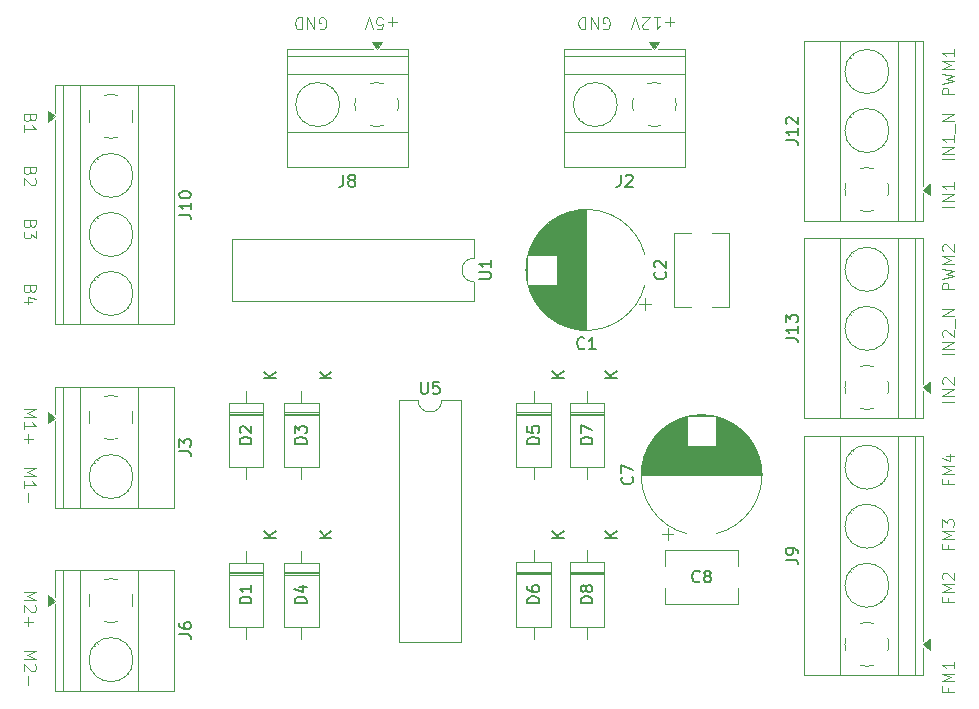
<source format=gbr>
%TF.GenerationSoftware,KiCad,Pcbnew,9.0.0*%
%TF.CreationDate,2025-03-24T12:32:59-05:00*%
%TF.ProjectId,DIIN-proyecto,4449494e-2d70-4726-9f79-6563746f2e6b,rev?*%
%TF.SameCoordinates,Original*%
%TF.FileFunction,Legend,Top*%
%TF.FilePolarity,Positive*%
%FSLAX46Y46*%
G04 Gerber Fmt 4.6, Leading zero omitted, Abs format (unit mm)*
G04 Created by KiCad (PCBNEW 9.0.0) date 2025-03-24 12:32:59*
%MOMM*%
%LPD*%
G01*
G04 APERTURE LIST*
%ADD10C,0.100000*%
%ADD11C,0.150000*%
%ADD12C,0.120000*%
G04 APERTURE END LIST*
D10*
X101620640Y-91207967D02*
X101573021Y-91350824D01*
X101573021Y-91350824D02*
X101525402Y-91398443D01*
X101525402Y-91398443D02*
X101430164Y-91446062D01*
X101430164Y-91446062D02*
X101287307Y-91446062D01*
X101287307Y-91446062D02*
X101192069Y-91398443D01*
X101192069Y-91398443D02*
X101144450Y-91350824D01*
X101144450Y-91350824D02*
X101096830Y-91255586D01*
X101096830Y-91255586D02*
X101096830Y-90874634D01*
X101096830Y-90874634D02*
X102096830Y-90874634D01*
X102096830Y-90874634D02*
X102096830Y-91207967D01*
X102096830Y-91207967D02*
X102049211Y-91303205D01*
X102049211Y-91303205D02*
X102001592Y-91350824D01*
X102001592Y-91350824D02*
X101906354Y-91398443D01*
X101906354Y-91398443D02*
X101811116Y-91398443D01*
X101811116Y-91398443D02*
X101715878Y-91350824D01*
X101715878Y-91350824D02*
X101668259Y-91303205D01*
X101668259Y-91303205D02*
X101620640Y-91207967D01*
X101620640Y-91207967D02*
X101620640Y-90874634D01*
X102096830Y-91779396D02*
X102096830Y-92398443D01*
X102096830Y-92398443D02*
X101715878Y-92065110D01*
X101715878Y-92065110D02*
X101715878Y-92207967D01*
X101715878Y-92207967D02*
X101668259Y-92303205D01*
X101668259Y-92303205D02*
X101620640Y-92350824D01*
X101620640Y-92350824D02*
X101525402Y-92398443D01*
X101525402Y-92398443D02*
X101287307Y-92398443D01*
X101287307Y-92398443D02*
X101192069Y-92350824D01*
X101192069Y-92350824D02*
X101144450Y-92303205D01*
X101144450Y-92303205D02*
X101096830Y-92207967D01*
X101096830Y-92207967D02*
X101096830Y-91922253D01*
X101096830Y-91922253D02*
X101144450Y-91827015D01*
X101144450Y-91827015D02*
X101192069Y-91779396D01*
X179841669Y-89716865D02*
X178841669Y-89716865D01*
X179841669Y-89240675D02*
X178841669Y-89240675D01*
X178841669Y-89240675D02*
X179841669Y-88669247D01*
X179841669Y-88669247D02*
X178841669Y-88669247D01*
X179841669Y-87669247D02*
X179841669Y-88240675D01*
X179841669Y-87954961D02*
X178841669Y-87954961D01*
X178841669Y-87954961D02*
X178984526Y-88050199D01*
X178984526Y-88050199D02*
X179079764Y-88145437D01*
X179079764Y-88145437D02*
X179127383Y-88240675D01*
X156165365Y-74079283D02*
X155403461Y-74079283D01*
X155784413Y-73698330D02*
X155784413Y-74460235D01*
X154403461Y-73698330D02*
X154974889Y-73698330D01*
X154689175Y-73698330D02*
X154689175Y-74698330D01*
X154689175Y-74698330D02*
X154784413Y-74555473D01*
X154784413Y-74555473D02*
X154879651Y-74460235D01*
X154879651Y-74460235D02*
X154974889Y-74412616D01*
X154022508Y-74603092D02*
X153974889Y-74650711D01*
X153974889Y-74650711D02*
X153879651Y-74698330D01*
X153879651Y-74698330D02*
X153641556Y-74698330D01*
X153641556Y-74698330D02*
X153546318Y-74650711D01*
X153546318Y-74650711D02*
X153498699Y-74603092D01*
X153498699Y-74603092D02*
X153451080Y-74507854D01*
X153451080Y-74507854D02*
X153451080Y-74412616D01*
X153451080Y-74412616D02*
X153498699Y-74269759D01*
X153498699Y-74269759D02*
X154070127Y-73698330D01*
X154070127Y-73698330D02*
X153451080Y-73698330D01*
X153165365Y-74698330D02*
X152832032Y-73698330D01*
X152832032Y-73698330D02*
X152498699Y-74698330D01*
X150141556Y-74650711D02*
X150236794Y-74698330D01*
X150236794Y-74698330D02*
X150379651Y-74698330D01*
X150379651Y-74698330D02*
X150522508Y-74650711D01*
X150522508Y-74650711D02*
X150617746Y-74555473D01*
X150617746Y-74555473D02*
X150665365Y-74460235D01*
X150665365Y-74460235D02*
X150712984Y-74269759D01*
X150712984Y-74269759D02*
X150712984Y-74126902D01*
X150712984Y-74126902D02*
X150665365Y-73936426D01*
X150665365Y-73936426D02*
X150617746Y-73841188D01*
X150617746Y-73841188D02*
X150522508Y-73745950D01*
X150522508Y-73745950D02*
X150379651Y-73698330D01*
X150379651Y-73698330D02*
X150284413Y-73698330D01*
X150284413Y-73698330D02*
X150141556Y-73745950D01*
X150141556Y-73745950D02*
X150093937Y-73793569D01*
X150093937Y-73793569D02*
X150093937Y-74126902D01*
X150093937Y-74126902D02*
X150284413Y-74126902D01*
X149665365Y-73698330D02*
X149665365Y-74698330D01*
X149665365Y-74698330D02*
X149093937Y-73698330D01*
X149093937Y-73698330D02*
X149093937Y-74698330D01*
X148617746Y-73698330D02*
X148617746Y-74698330D01*
X148617746Y-74698330D02*
X148379651Y-74698330D01*
X148379651Y-74698330D02*
X148236794Y-74650711D01*
X148236794Y-74650711D02*
X148141556Y-74555473D01*
X148141556Y-74555473D02*
X148093937Y-74460235D01*
X148093937Y-74460235D02*
X148046318Y-74269759D01*
X148046318Y-74269759D02*
X148046318Y-74126902D01*
X148046318Y-74126902D02*
X148093937Y-73936426D01*
X148093937Y-73936426D02*
X148141556Y-73841188D01*
X148141556Y-73841188D02*
X148236794Y-73745950D01*
X148236794Y-73745950D02*
X148379651Y-73698330D01*
X148379651Y-73698330D02*
X148617746Y-73698330D01*
X179317859Y-112883532D02*
X179317859Y-113216865D01*
X179841669Y-113216865D02*
X178841669Y-113216865D01*
X178841669Y-113216865D02*
X178841669Y-112740675D01*
X179841669Y-112359722D02*
X178841669Y-112359722D01*
X178841669Y-112359722D02*
X179555954Y-112026389D01*
X179555954Y-112026389D02*
X178841669Y-111693056D01*
X178841669Y-111693056D02*
X179841669Y-111693056D01*
X179175002Y-110788294D02*
X179841669Y-110788294D01*
X178794050Y-111026389D02*
X179508335Y-111264484D01*
X179508335Y-111264484D02*
X179508335Y-110645437D01*
X179841669Y-106216865D02*
X178841669Y-106216865D01*
X179841669Y-105740675D02*
X178841669Y-105740675D01*
X178841669Y-105740675D02*
X179841669Y-105169247D01*
X179841669Y-105169247D02*
X178841669Y-105169247D01*
X178936907Y-104740675D02*
X178889288Y-104693056D01*
X178889288Y-104693056D02*
X178841669Y-104597818D01*
X178841669Y-104597818D02*
X178841669Y-104359723D01*
X178841669Y-104359723D02*
X178889288Y-104264485D01*
X178889288Y-104264485D02*
X178936907Y-104216866D01*
X178936907Y-104216866D02*
X179032145Y-104169247D01*
X179032145Y-104169247D02*
X179127383Y-104169247D01*
X179127383Y-104169247D02*
X179270240Y-104216866D01*
X179270240Y-104216866D02*
X179841669Y-104788294D01*
X179841669Y-104788294D02*
X179841669Y-104169247D01*
X101096830Y-111874634D02*
X102096830Y-111874634D01*
X102096830Y-111874634D02*
X101382545Y-112207967D01*
X101382545Y-112207967D02*
X102096830Y-112541300D01*
X102096830Y-112541300D02*
X101096830Y-112541300D01*
X101096830Y-113541300D02*
X101096830Y-112969872D01*
X101096830Y-113255586D02*
X102096830Y-113255586D01*
X102096830Y-113255586D02*
X101953973Y-113160348D01*
X101953973Y-113160348D02*
X101858735Y-113065110D01*
X101858735Y-113065110D02*
X101811116Y-112969872D01*
X101477783Y-113969872D02*
X101477783Y-114731777D01*
X179317859Y-122883532D02*
X179317859Y-123216865D01*
X179841669Y-123216865D02*
X178841669Y-123216865D01*
X178841669Y-123216865D02*
X178841669Y-122740675D01*
X179841669Y-122359722D02*
X178841669Y-122359722D01*
X178841669Y-122359722D02*
X179555954Y-122026389D01*
X179555954Y-122026389D02*
X178841669Y-121693056D01*
X178841669Y-121693056D02*
X179841669Y-121693056D01*
X178936907Y-121264484D02*
X178889288Y-121216865D01*
X178889288Y-121216865D02*
X178841669Y-121121627D01*
X178841669Y-121121627D02*
X178841669Y-120883532D01*
X178841669Y-120883532D02*
X178889288Y-120788294D01*
X178889288Y-120788294D02*
X178936907Y-120740675D01*
X178936907Y-120740675D02*
X179032145Y-120693056D01*
X179032145Y-120693056D02*
X179127383Y-120693056D01*
X179127383Y-120693056D02*
X179270240Y-120740675D01*
X179270240Y-120740675D02*
X179841669Y-121312103D01*
X179841669Y-121312103D02*
X179841669Y-120693056D01*
X101620640Y-96707967D02*
X101573021Y-96850824D01*
X101573021Y-96850824D02*
X101525402Y-96898443D01*
X101525402Y-96898443D02*
X101430164Y-96946062D01*
X101430164Y-96946062D02*
X101287307Y-96946062D01*
X101287307Y-96946062D02*
X101192069Y-96898443D01*
X101192069Y-96898443D02*
X101144450Y-96850824D01*
X101144450Y-96850824D02*
X101096830Y-96755586D01*
X101096830Y-96755586D02*
X101096830Y-96374634D01*
X101096830Y-96374634D02*
X102096830Y-96374634D01*
X102096830Y-96374634D02*
X102096830Y-96707967D01*
X102096830Y-96707967D02*
X102049211Y-96803205D01*
X102049211Y-96803205D02*
X102001592Y-96850824D01*
X102001592Y-96850824D02*
X101906354Y-96898443D01*
X101906354Y-96898443D02*
X101811116Y-96898443D01*
X101811116Y-96898443D02*
X101715878Y-96850824D01*
X101715878Y-96850824D02*
X101668259Y-96803205D01*
X101668259Y-96803205D02*
X101620640Y-96707967D01*
X101620640Y-96707967D02*
X101620640Y-96374634D01*
X101763497Y-97803205D02*
X101096830Y-97803205D01*
X102144450Y-97565110D02*
X101430164Y-97327015D01*
X101430164Y-97327015D02*
X101430164Y-97946062D01*
X179841669Y-85716865D02*
X178841669Y-85716865D01*
X179841669Y-85240675D02*
X178841669Y-85240675D01*
X178841669Y-85240675D02*
X179841669Y-84669247D01*
X179841669Y-84669247D02*
X178841669Y-84669247D01*
X179841669Y-83669247D02*
X179841669Y-84240675D01*
X179841669Y-83954961D02*
X178841669Y-83954961D01*
X178841669Y-83954961D02*
X178984526Y-84050199D01*
X178984526Y-84050199D02*
X179079764Y-84145437D01*
X179079764Y-84145437D02*
X179127383Y-84240675D01*
X179936907Y-83478771D02*
X179936907Y-82716866D01*
X179841669Y-82478770D02*
X178841669Y-82478770D01*
X178841669Y-82478770D02*
X179841669Y-81907342D01*
X179841669Y-81907342D02*
X178841669Y-81907342D01*
X179841669Y-80216865D02*
X178841669Y-80216865D01*
X178841669Y-80216865D02*
X178841669Y-79835913D01*
X178841669Y-79835913D02*
X178889288Y-79740675D01*
X178889288Y-79740675D02*
X178936907Y-79693056D01*
X178936907Y-79693056D02*
X179032145Y-79645437D01*
X179032145Y-79645437D02*
X179175002Y-79645437D01*
X179175002Y-79645437D02*
X179270240Y-79693056D01*
X179270240Y-79693056D02*
X179317859Y-79740675D01*
X179317859Y-79740675D02*
X179365478Y-79835913D01*
X179365478Y-79835913D02*
X179365478Y-80216865D01*
X178841669Y-79312103D02*
X179841669Y-79074008D01*
X179841669Y-79074008D02*
X179127383Y-78883532D01*
X179127383Y-78883532D02*
X179841669Y-78693056D01*
X179841669Y-78693056D02*
X178841669Y-78454961D01*
X179841669Y-78074008D02*
X178841669Y-78074008D01*
X178841669Y-78074008D02*
X179555954Y-77740675D01*
X179555954Y-77740675D02*
X178841669Y-77407342D01*
X178841669Y-77407342D02*
X179841669Y-77407342D01*
X179841669Y-76407342D02*
X179841669Y-76978770D01*
X179841669Y-76693056D02*
X178841669Y-76693056D01*
X178841669Y-76693056D02*
X178984526Y-76788294D01*
X178984526Y-76788294D02*
X179079764Y-76883532D01*
X179079764Y-76883532D02*
X179127383Y-76978770D01*
X126141556Y-74650711D02*
X126236794Y-74698330D01*
X126236794Y-74698330D02*
X126379651Y-74698330D01*
X126379651Y-74698330D02*
X126522508Y-74650711D01*
X126522508Y-74650711D02*
X126617746Y-74555473D01*
X126617746Y-74555473D02*
X126665365Y-74460235D01*
X126665365Y-74460235D02*
X126712984Y-74269759D01*
X126712984Y-74269759D02*
X126712984Y-74126902D01*
X126712984Y-74126902D02*
X126665365Y-73936426D01*
X126665365Y-73936426D02*
X126617746Y-73841188D01*
X126617746Y-73841188D02*
X126522508Y-73745950D01*
X126522508Y-73745950D02*
X126379651Y-73698330D01*
X126379651Y-73698330D02*
X126284413Y-73698330D01*
X126284413Y-73698330D02*
X126141556Y-73745950D01*
X126141556Y-73745950D02*
X126093937Y-73793569D01*
X126093937Y-73793569D02*
X126093937Y-74126902D01*
X126093937Y-74126902D02*
X126284413Y-74126902D01*
X125665365Y-73698330D02*
X125665365Y-74698330D01*
X125665365Y-74698330D02*
X125093937Y-73698330D01*
X125093937Y-73698330D02*
X125093937Y-74698330D01*
X124617746Y-73698330D02*
X124617746Y-74698330D01*
X124617746Y-74698330D02*
X124379651Y-74698330D01*
X124379651Y-74698330D02*
X124236794Y-74650711D01*
X124236794Y-74650711D02*
X124141556Y-74555473D01*
X124141556Y-74555473D02*
X124093937Y-74460235D01*
X124093937Y-74460235D02*
X124046318Y-74269759D01*
X124046318Y-74269759D02*
X124046318Y-74126902D01*
X124046318Y-74126902D02*
X124093937Y-73936426D01*
X124093937Y-73936426D02*
X124141556Y-73841188D01*
X124141556Y-73841188D02*
X124236794Y-73745950D01*
X124236794Y-73745950D02*
X124379651Y-73698330D01*
X124379651Y-73698330D02*
X124617746Y-73698330D01*
X179317859Y-130433532D02*
X179317859Y-130766865D01*
X179841669Y-130766865D02*
X178841669Y-130766865D01*
X178841669Y-130766865D02*
X178841669Y-130290675D01*
X179841669Y-129909722D02*
X178841669Y-129909722D01*
X178841669Y-129909722D02*
X179555954Y-129576389D01*
X179555954Y-129576389D02*
X178841669Y-129243056D01*
X178841669Y-129243056D02*
X179841669Y-129243056D01*
X179841669Y-128243056D02*
X179841669Y-128814484D01*
X179841669Y-128528770D02*
X178841669Y-128528770D01*
X178841669Y-128528770D02*
X178984526Y-128624008D01*
X178984526Y-128624008D02*
X179079764Y-128719246D01*
X179079764Y-128719246D02*
X179127383Y-128814484D01*
X179841669Y-96716865D02*
X178841669Y-96716865D01*
X178841669Y-96716865D02*
X178841669Y-96335913D01*
X178841669Y-96335913D02*
X178889288Y-96240675D01*
X178889288Y-96240675D02*
X178936907Y-96193056D01*
X178936907Y-96193056D02*
X179032145Y-96145437D01*
X179032145Y-96145437D02*
X179175002Y-96145437D01*
X179175002Y-96145437D02*
X179270240Y-96193056D01*
X179270240Y-96193056D02*
X179317859Y-96240675D01*
X179317859Y-96240675D02*
X179365478Y-96335913D01*
X179365478Y-96335913D02*
X179365478Y-96716865D01*
X178841669Y-95812103D02*
X179841669Y-95574008D01*
X179841669Y-95574008D02*
X179127383Y-95383532D01*
X179127383Y-95383532D02*
X179841669Y-95193056D01*
X179841669Y-95193056D02*
X178841669Y-94954961D01*
X179841669Y-94574008D02*
X178841669Y-94574008D01*
X178841669Y-94574008D02*
X179555954Y-94240675D01*
X179555954Y-94240675D02*
X178841669Y-93907342D01*
X178841669Y-93907342D02*
X179841669Y-93907342D01*
X178936907Y-93478770D02*
X178889288Y-93431151D01*
X178889288Y-93431151D02*
X178841669Y-93335913D01*
X178841669Y-93335913D02*
X178841669Y-93097818D01*
X178841669Y-93097818D02*
X178889288Y-93002580D01*
X178889288Y-93002580D02*
X178936907Y-92954961D01*
X178936907Y-92954961D02*
X179032145Y-92907342D01*
X179032145Y-92907342D02*
X179127383Y-92907342D01*
X179127383Y-92907342D02*
X179270240Y-92954961D01*
X179270240Y-92954961D02*
X179841669Y-93526389D01*
X179841669Y-93526389D02*
X179841669Y-92907342D01*
X101620640Y-86707967D02*
X101573021Y-86850824D01*
X101573021Y-86850824D02*
X101525402Y-86898443D01*
X101525402Y-86898443D02*
X101430164Y-86946062D01*
X101430164Y-86946062D02*
X101287307Y-86946062D01*
X101287307Y-86946062D02*
X101192069Y-86898443D01*
X101192069Y-86898443D02*
X101144450Y-86850824D01*
X101144450Y-86850824D02*
X101096830Y-86755586D01*
X101096830Y-86755586D02*
X101096830Y-86374634D01*
X101096830Y-86374634D02*
X102096830Y-86374634D01*
X102096830Y-86374634D02*
X102096830Y-86707967D01*
X102096830Y-86707967D02*
X102049211Y-86803205D01*
X102049211Y-86803205D02*
X102001592Y-86850824D01*
X102001592Y-86850824D02*
X101906354Y-86898443D01*
X101906354Y-86898443D02*
X101811116Y-86898443D01*
X101811116Y-86898443D02*
X101715878Y-86850824D01*
X101715878Y-86850824D02*
X101668259Y-86803205D01*
X101668259Y-86803205D02*
X101620640Y-86707967D01*
X101620640Y-86707967D02*
X101620640Y-86374634D01*
X102001592Y-87327015D02*
X102049211Y-87374634D01*
X102049211Y-87374634D02*
X102096830Y-87469872D01*
X102096830Y-87469872D02*
X102096830Y-87707967D01*
X102096830Y-87707967D02*
X102049211Y-87803205D01*
X102049211Y-87803205D02*
X102001592Y-87850824D01*
X102001592Y-87850824D02*
X101906354Y-87898443D01*
X101906354Y-87898443D02*
X101811116Y-87898443D01*
X101811116Y-87898443D02*
X101668259Y-87850824D01*
X101668259Y-87850824D02*
X101096830Y-87279396D01*
X101096830Y-87279396D02*
X101096830Y-87898443D01*
X101096830Y-127374634D02*
X102096830Y-127374634D01*
X102096830Y-127374634D02*
X101382545Y-127707967D01*
X101382545Y-127707967D02*
X102096830Y-128041300D01*
X102096830Y-128041300D02*
X101096830Y-128041300D01*
X102001592Y-128469872D02*
X102049211Y-128517491D01*
X102049211Y-128517491D02*
X102096830Y-128612729D01*
X102096830Y-128612729D02*
X102096830Y-128850824D01*
X102096830Y-128850824D02*
X102049211Y-128946062D01*
X102049211Y-128946062D02*
X102001592Y-128993681D01*
X102001592Y-128993681D02*
X101906354Y-129041300D01*
X101906354Y-129041300D02*
X101811116Y-129041300D01*
X101811116Y-129041300D02*
X101668259Y-128993681D01*
X101668259Y-128993681D02*
X101096830Y-128422253D01*
X101096830Y-128422253D02*
X101096830Y-129041300D01*
X101477783Y-129469872D02*
X101477783Y-130231777D01*
X101096830Y-106874634D02*
X102096830Y-106874634D01*
X102096830Y-106874634D02*
X101382545Y-107207967D01*
X101382545Y-107207967D02*
X102096830Y-107541300D01*
X102096830Y-107541300D02*
X101096830Y-107541300D01*
X101096830Y-108541300D02*
X101096830Y-107969872D01*
X101096830Y-108255586D02*
X102096830Y-108255586D01*
X102096830Y-108255586D02*
X101953973Y-108160348D01*
X101953973Y-108160348D02*
X101858735Y-108065110D01*
X101858735Y-108065110D02*
X101811116Y-107969872D01*
X101477783Y-108969872D02*
X101477783Y-109731777D01*
X101096830Y-109350824D02*
X101858735Y-109350824D01*
X101096830Y-122374634D02*
X102096830Y-122374634D01*
X102096830Y-122374634D02*
X101382545Y-122707967D01*
X101382545Y-122707967D02*
X102096830Y-123041300D01*
X102096830Y-123041300D02*
X101096830Y-123041300D01*
X102001592Y-123469872D02*
X102049211Y-123517491D01*
X102049211Y-123517491D02*
X102096830Y-123612729D01*
X102096830Y-123612729D02*
X102096830Y-123850824D01*
X102096830Y-123850824D02*
X102049211Y-123946062D01*
X102049211Y-123946062D02*
X102001592Y-123993681D01*
X102001592Y-123993681D02*
X101906354Y-124041300D01*
X101906354Y-124041300D02*
X101811116Y-124041300D01*
X101811116Y-124041300D02*
X101668259Y-123993681D01*
X101668259Y-123993681D02*
X101096830Y-123422253D01*
X101096830Y-123422253D02*
X101096830Y-124041300D01*
X101477783Y-124469872D02*
X101477783Y-125231777D01*
X101096830Y-124850824D02*
X101858735Y-124850824D01*
X132665365Y-74079283D02*
X131903461Y-74079283D01*
X132284413Y-73698330D02*
X132284413Y-74460235D01*
X130951080Y-74698330D02*
X131427270Y-74698330D01*
X131427270Y-74698330D02*
X131474889Y-74222140D01*
X131474889Y-74222140D02*
X131427270Y-74269759D01*
X131427270Y-74269759D02*
X131332032Y-74317378D01*
X131332032Y-74317378D02*
X131093937Y-74317378D01*
X131093937Y-74317378D02*
X130998699Y-74269759D01*
X130998699Y-74269759D02*
X130951080Y-74222140D01*
X130951080Y-74222140D02*
X130903461Y-74126902D01*
X130903461Y-74126902D02*
X130903461Y-73888807D01*
X130903461Y-73888807D02*
X130951080Y-73793569D01*
X130951080Y-73793569D02*
X130998699Y-73745950D01*
X130998699Y-73745950D02*
X131093937Y-73698330D01*
X131093937Y-73698330D02*
X131332032Y-73698330D01*
X131332032Y-73698330D02*
X131427270Y-73745950D01*
X131427270Y-73745950D02*
X131474889Y-73793569D01*
X130617746Y-74698330D02*
X130284413Y-73698330D01*
X130284413Y-73698330D02*
X129951080Y-74698330D01*
X101620640Y-82207967D02*
X101573021Y-82350824D01*
X101573021Y-82350824D02*
X101525402Y-82398443D01*
X101525402Y-82398443D02*
X101430164Y-82446062D01*
X101430164Y-82446062D02*
X101287307Y-82446062D01*
X101287307Y-82446062D02*
X101192069Y-82398443D01*
X101192069Y-82398443D02*
X101144450Y-82350824D01*
X101144450Y-82350824D02*
X101096830Y-82255586D01*
X101096830Y-82255586D02*
X101096830Y-81874634D01*
X101096830Y-81874634D02*
X102096830Y-81874634D01*
X102096830Y-81874634D02*
X102096830Y-82207967D01*
X102096830Y-82207967D02*
X102049211Y-82303205D01*
X102049211Y-82303205D02*
X102001592Y-82350824D01*
X102001592Y-82350824D02*
X101906354Y-82398443D01*
X101906354Y-82398443D02*
X101811116Y-82398443D01*
X101811116Y-82398443D02*
X101715878Y-82350824D01*
X101715878Y-82350824D02*
X101668259Y-82303205D01*
X101668259Y-82303205D02*
X101620640Y-82207967D01*
X101620640Y-82207967D02*
X101620640Y-81874634D01*
X101096830Y-83398443D02*
X101096830Y-82827015D01*
X101096830Y-83112729D02*
X102096830Y-83112729D01*
X102096830Y-83112729D02*
X101953973Y-83017491D01*
X101953973Y-83017491D02*
X101858735Y-82922253D01*
X101858735Y-82922253D02*
X101811116Y-82827015D01*
X179317859Y-118383532D02*
X179317859Y-118716865D01*
X179841669Y-118716865D02*
X178841669Y-118716865D01*
X178841669Y-118716865D02*
X178841669Y-118240675D01*
X179841669Y-117859722D02*
X178841669Y-117859722D01*
X178841669Y-117859722D02*
X179555954Y-117526389D01*
X179555954Y-117526389D02*
X178841669Y-117193056D01*
X178841669Y-117193056D02*
X179841669Y-117193056D01*
X178841669Y-116812103D02*
X178841669Y-116193056D01*
X178841669Y-116193056D02*
X179222621Y-116526389D01*
X179222621Y-116526389D02*
X179222621Y-116383532D01*
X179222621Y-116383532D02*
X179270240Y-116288294D01*
X179270240Y-116288294D02*
X179317859Y-116240675D01*
X179317859Y-116240675D02*
X179413097Y-116193056D01*
X179413097Y-116193056D02*
X179651192Y-116193056D01*
X179651192Y-116193056D02*
X179746430Y-116240675D01*
X179746430Y-116240675D02*
X179794050Y-116288294D01*
X179794050Y-116288294D02*
X179841669Y-116383532D01*
X179841669Y-116383532D02*
X179841669Y-116669246D01*
X179841669Y-116669246D02*
X179794050Y-116764484D01*
X179794050Y-116764484D02*
X179746430Y-116812103D01*
X179841669Y-102216865D02*
X178841669Y-102216865D01*
X179841669Y-101740675D02*
X178841669Y-101740675D01*
X178841669Y-101740675D02*
X179841669Y-101169247D01*
X179841669Y-101169247D02*
X178841669Y-101169247D01*
X178936907Y-100740675D02*
X178889288Y-100693056D01*
X178889288Y-100693056D02*
X178841669Y-100597818D01*
X178841669Y-100597818D02*
X178841669Y-100359723D01*
X178841669Y-100359723D02*
X178889288Y-100264485D01*
X178889288Y-100264485D02*
X178936907Y-100216866D01*
X178936907Y-100216866D02*
X179032145Y-100169247D01*
X179032145Y-100169247D02*
X179127383Y-100169247D01*
X179127383Y-100169247D02*
X179270240Y-100216866D01*
X179270240Y-100216866D02*
X179841669Y-100788294D01*
X179841669Y-100788294D02*
X179841669Y-100169247D01*
X179936907Y-99978771D02*
X179936907Y-99216866D01*
X179841669Y-98978770D02*
X178841669Y-98978770D01*
X178841669Y-98978770D02*
X179841669Y-98407342D01*
X179841669Y-98407342D02*
X178841669Y-98407342D01*
D11*
X114244069Y-110404083D02*
X114958354Y-110404083D01*
X114958354Y-110404083D02*
X115101211Y-110451702D01*
X115101211Y-110451702D02*
X115196450Y-110546940D01*
X115196450Y-110546940D02*
X115244069Y-110689797D01*
X115244069Y-110689797D02*
X115244069Y-110785035D01*
X114244069Y-110023130D02*
X114244069Y-109404083D01*
X114244069Y-109404083D02*
X114625021Y-109737416D01*
X114625021Y-109737416D02*
X114625021Y-109594559D01*
X114625021Y-109594559D02*
X114672640Y-109499321D01*
X114672640Y-109499321D02*
X114720259Y-109451702D01*
X114720259Y-109451702D02*
X114815497Y-109404083D01*
X114815497Y-109404083D02*
X115053592Y-109404083D01*
X115053592Y-109404083D02*
X115148830Y-109451702D01*
X115148830Y-109451702D02*
X115196450Y-109499321D01*
X115196450Y-109499321D02*
X115244069Y-109594559D01*
X115244069Y-109594559D02*
X115244069Y-109880273D01*
X115244069Y-109880273D02*
X115196450Y-109975511D01*
X115196450Y-109975511D02*
X115148830Y-110023130D01*
X114244069Y-125904083D02*
X114958354Y-125904083D01*
X114958354Y-125904083D02*
X115101211Y-125951702D01*
X115101211Y-125951702D02*
X115196450Y-126046940D01*
X115196450Y-126046940D02*
X115244069Y-126189797D01*
X115244069Y-126189797D02*
X115244069Y-126285035D01*
X114244069Y-124999321D02*
X114244069Y-125189797D01*
X114244069Y-125189797D02*
X114291688Y-125285035D01*
X114291688Y-125285035D02*
X114339307Y-125332654D01*
X114339307Y-125332654D02*
X114482164Y-125427892D01*
X114482164Y-125427892D02*
X114672640Y-125475511D01*
X114672640Y-125475511D02*
X115053592Y-125475511D01*
X115053592Y-125475511D02*
X115148830Y-125427892D01*
X115148830Y-125427892D02*
X115196450Y-125380273D01*
X115196450Y-125380273D02*
X115244069Y-125285035D01*
X115244069Y-125285035D02*
X115244069Y-125094559D01*
X115244069Y-125094559D02*
X115196450Y-124999321D01*
X115196450Y-124999321D02*
X115148830Y-124951702D01*
X115148830Y-124951702D02*
X115053592Y-124904083D01*
X115053592Y-124904083D02*
X114815497Y-124904083D01*
X114815497Y-124904083D02*
X114720259Y-124951702D01*
X114720259Y-124951702D02*
X114672640Y-124999321D01*
X114672640Y-124999321D02*
X114625021Y-125094559D01*
X114625021Y-125094559D02*
X114625021Y-125285035D01*
X114625021Y-125285035D02*
X114672640Y-125380273D01*
X114672640Y-125380273D02*
X114720259Y-125427892D01*
X114720259Y-125427892D02*
X114815497Y-125475511D01*
X139644069Y-95837654D02*
X140453592Y-95837654D01*
X140453592Y-95837654D02*
X140548830Y-95790035D01*
X140548830Y-95790035D02*
X140596450Y-95742416D01*
X140596450Y-95742416D02*
X140644069Y-95647178D01*
X140644069Y-95647178D02*
X140644069Y-95456702D01*
X140644069Y-95456702D02*
X140596450Y-95361464D01*
X140596450Y-95361464D02*
X140548830Y-95313845D01*
X140548830Y-95313845D02*
X140453592Y-95266226D01*
X140453592Y-95266226D02*
X139644069Y-95266226D01*
X140644069Y-94266226D02*
X140644069Y-94837654D01*
X140644069Y-94551940D02*
X139644069Y-94551940D01*
X139644069Y-94551940D02*
X139786926Y-94647178D01*
X139786926Y-94647178D02*
X139882164Y-94742416D01*
X139882164Y-94742416D02*
X139929783Y-94837654D01*
X134712345Y-104555569D02*
X134712345Y-105365092D01*
X134712345Y-105365092D02*
X134759964Y-105460330D01*
X134759964Y-105460330D02*
X134807583Y-105507950D01*
X134807583Y-105507950D02*
X134902821Y-105555569D01*
X134902821Y-105555569D02*
X135093297Y-105555569D01*
X135093297Y-105555569D02*
X135188535Y-105507950D01*
X135188535Y-105507950D02*
X135236154Y-105460330D01*
X135236154Y-105460330D02*
X135283773Y-105365092D01*
X135283773Y-105365092D02*
X135283773Y-104555569D01*
X136236154Y-104555569D02*
X135759964Y-104555569D01*
X135759964Y-104555569D02*
X135712345Y-105031759D01*
X135712345Y-105031759D02*
X135759964Y-104984140D01*
X135759964Y-104984140D02*
X135855202Y-104936521D01*
X135855202Y-104936521D02*
X136093297Y-104936521D01*
X136093297Y-104936521D02*
X136188535Y-104984140D01*
X136188535Y-104984140D02*
X136236154Y-105031759D01*
X136236154Y-105031759D02*
X136283773Y-105126997D01*
X136283773Y-105126997D02*
X136283773Y-105365092D01*
X136283773Y-105365092D02*
X136236154Y-105460330D01*
X136236154Y-105460330D02*
X136188535Y-105507950D01*
X136188535Y-105507950D02*
X136093297Y-105555569D01*
X136093297Y-105555569D02*
X135855202Y-105555569D01*
X135855202Y-105555569D02*
X135759964Y-105507950D01*
X135759964Y-105507950D02*
X135712345Y-105460330D01*
X152578830Y-112605116D02*
X152626450Y-112652735D01*
X152626450Y-112652735D02*
X152674069Y-112795592D01*
X152674069Y-112795592D02*
X152674069Y-112890830D01*
X152674069Y-112890830D02*
X152626450Y-113033687D01*
X152626450Y-113033687D02*
X152531211Y-113128925D01*
X152531211Y-113128925D02*
X152435973Y-113176544D01*
X152435973Y-113176544D02*
X152245497Y-113224163D01*
X152245497Y-113224163D02*
X152102640Y-113224163D01*
X152102640Y-113224163D02*
X151912164Y-113176544D01*
X151912164Y-113176544D02*
X151816926Y-113128925D01*
X151816926Y-113128925D02*
X151721688Y-113033687D01*
X151721688Y-113033687D02*
X151674069Y-112890830D01*
X151674069Y-112890830D02*
X151674069Y-112795592D01*
X151674069Y-112795592D02*
X151721688Y-112652735D01*
X151721688Y-112652735D02*
X151769307Y-112605116D01*
X151674069Y-112271782D02*
X151674069Y-111605116D01*
X151674069Y-111605116D02*
X152674069Y-112033687D01*
X114244069Y-90380273D02*
X114958354Y-90380273D01*
X114958354Y-90380273D02*
X115101211Y-90427892D01*
X115101211Y-90427892D02*
X115196450Y-90523130D01*
X115196450Y-90523130D02*
X115244069Y-90665987D01*
X115244069Y-90665987D02*
X115244069Y-90761225D01*
X115244069Y-89380273D02*
X115244069Y-89951701D01*
X115244069Y-89665987D02*
X114244069Y-89665987D01*
X114244069Y-89665987D02*
X114386926Y-89761225D01*
X114386926Y-89761225D02*
X114482164Y-89856463D01*
X114482164Y-89856463D02*
X114529783Y-89951701D01*
X114244069Y-88761225D02*
X114244069Y-88665987D01*
X114244069Y-88665987D02*
X114291688Y-88570749D01*
X114291688Y-88570749D02*
X114339307Y-88523130D01*
X114339307Y-88523130D02*
X114434545Y-88475511D01*
X114434545Y-88475511D02*
X114625021Y-88427892D01*
X114625021Y-88427892D02*
X114863116Y-88427892D01*
X114863116Y-88427892D02*
X115053592Y-88475511D01*
X115053592Y-88475511D02*
X115148830Y-88523130D01*
X115148830Y-88523130D02*
X115196450Y-88570749D01*
X115196450Y-88570749D02*
X115244069Y-88665987D01*
X115244069Y-88665987D02*
X115244069Y-88761225D01*
X115244069Y-88761225D02*
X115196450Y-88856463D01*
X115196450Y-88856463D02*
X115148830Y-88904082D01*
X115148830Y-88904082D02*
X115053592Y-88951701D01*
X115053592Y-88951701D02*
X114863116Y-88999320D01*
X114863116Y-88999320D02*
X114625021Y-88999320D01*
X114625021Y-88999320D02*
X114434545Y-88951701D01*
X114434545Y-88951701D02*
X114339307Y-88904082D01*
X114339307Y-88904082D02*
X114291688Y-88856463D01*
X114291688Y-88856463D02*
X114244069Y-88761225D01*
X158302583Y-121430330D02*
X158254964Y-121477950D01*
X158254964Y-121477950D02*
X158112107Y-121525569D01*
X158112107Y-121525569D02*
X158016869Y-121525569D01*
X158016869Y-121525569D02*
X157874012Y-121477950D01*
X157874012Y-121477950D02*
X157778774Y-121382711D01*
X157778774Y-121382711D02*
X157731155Y-121287473D01*
X157731155Y-121287473D02*
X157683536Y-121096997D01*
X157683536Y-121096997D02*
X157683536Y-120954140D01*
X157683536Y-120954140D02*
X157731155Y-120763664D01*
X157731155Y-120763664D02*
X157778774Y-120668426D01*
X157778774Y-120668426D02*
X157874012Y-120573188D01*
X157874012Y-120573188D02*
X158016869Y-120525569D01*
X158016869Y-120525569D02*
X158112107Y-120525569D01*
X158112107Y-120525569D02*
X158254964Y-120573188D01*
X158254964Y-120573188D02*
X158302583Y-120620807D01*
X158874012Y-120954140D02*
X158778774Y-120906521D01*
X158778774Y-120906521D02*
X158731155Y-120858902D01*
X158731155Y-120858902D02*
X158683536Y-120763664D01*
X158683536Y-120763664D02*
X158683536Y-120716045D01*
X158683536Y-120716045D02*
X158731155Y-120620807D01*
X158731155Y-120620807D02*
X158778774Y-120573188D01*
X158778774Y-120573188D02*
X158874012Y-120525569D01*
X158874012Y-120525569D02*
X159064488Y-120525569D01*
X159064488Y-120525569D02*
X159159726Y-120573188D01*
X159159726Y-120573188D02*
X159207345Y-120620807D01*
X159207345Y-120620807D02*
X159254964Y-120716045D01*
X159254964Y-120716045D02*
X159254964Y-120763664D01*
X159254964Y-120763664D02*
X159207345Y-120858902D01*
X159207345Y-120858902D02*
X159159726Y-120906521D01*
X159159726Y-120906521D02*
X159064488Y-120954140D01*
X159064488Y-120954140D02*
X158874012Y-120954140D01*
X158874012Y-120954140D02*
X158778774Y-121001759D01*
X158778774Y-121001759D02*
X158731155Y-121049378D01*
X158731155Y-121049378D02*
X158683536Y-121144616D01*
X158683536Y-121144616D02*
X158683536Y-121335092D01*
X158683536Y-121335092D02*
X158731155Y-121430330D01*
X158731155Y-121430330D02*
X158778774Y-121477950D01*
X158778774Y-121477950D02*
X158874012Y-121525569D01*
X158874012Y-121525569D02*
X159064488Y-121525569D01*
X159064488Y-121525569D02*
X159159726Y-121477950D01*
X159159726Y-121477950D02*
X159207345Y-121430330D01*
X159207345Y-121430330D02*
X159254964Y-121335092D01*
X159254964Y-121335092D02*
X159254964Y-121144616D01*
X159254964Y-121144616D02*
X159207345Y-121049378D01*
X159207345Y-121049378D02*
X159159726Y-121001759D01*
X159159726Y-121001759D02*
X159064488Y-120954140D01*
X165604069Y-100830273D02*
X166318354Y-100830273D01*
X166318354Y-100830273D02*
X166461211Y-100877892D01*
X166461211Y-100877892D02*
X166556450Y-100973130D01*
X166556450Y-100973130D02*
X166604069Y-101115987D01*
X166604069Y-101115987D02*
X166604069Y-101211225D01*
X166604069Y-99830273D02*
X166604069Y-100401701D01*
X166604069Y-100115987D02*
X165604069Y-100115987D01*
X165604069Y-100115987D02*
X165746926Y-100211225D01*
X165746926Y-100211225D02*
X165842164Y-100306463D01*
X165842164Y-100306463D02*
X165889783Y-100401701D01*
X165604069Y-99496939D02*
X165604069Y-98877892D01*
X165604069Y-98877892D02*
X165985021Y-99211225D01*
X165985021Y-99211225D02*
X165985021Y-99068368D01*
X165985021Y-99068368D02*
X166032640Y-98973130D01*
X166032640Y-98973130D02*
X166080259Y-98925511D01*
X166080259Y-98925511D02*
X166175497Y-98877892D01*
X166175497Y-98877892D02*
X166413592Y-98877892D01*
X166413592Y-98877892D02*
X166508830Y-98925511D01*
X166508830Y-98925511D02*
X166556450Y-98973130D01*
X166556450Y-98973130D02*
X166604069Y-99068368D01*
X166604069Y-99068368D02*
X166604069Y-99354082D01*
X166604069Y-99354082D02*
X166556450Y-99449320D01*
X166556450Y-99449320D02*
X166508830Y-99496939D01*
X148552583Y-101680330D02*
X148504964Y-101727950D01*
X148504964Y-101727950D02*
X148362107Y-101775569D01*
X148362107Y-101775569D02*
X148266869Y-101775569D01*
X148266869Y-101775569D02*
X148124012Y-101727950D01*
X148124012Y-101727950D02*
X148028774Y-101632711D01*
X148028774Y-101632711D02*
X147981155Y-101537473D01*
X147981155Y-101537473D02*
X147933536Y-101346997D01*
X147933536Y-101346997D02*
X147933536Y-101204140D01*
X147933536Y-101204140D02*
X147981155Y-101013664D01*
X147981155Y-101013664D02*
X148028774Y-100918426D01*
X148028774Y-100918426D02*
X148124012Y-100823188D01*
X148124012Y-100823188D02*
X148266869Y-100775569D01*
X148266869Y-100775569D02*
X148362107Y-100775569D01*
X148362107Y-100775569D02*
X148504964Y-100823188D01*
X148504964Y-100823188D02*
X148552583Y-100870807D01*
X149504964Y-101775569D02*
X148933536Y-101775569D01*
X149219250Y-101775569D02*
X149219250Y-100775569D01*
X149219250Y-100775569D02*
X149124012Y-100918426D01*
X149124012Y-100918426D02*
X149028774Y-101013664D01*
X149028774Y-101013664D02*
X148933536Y-101061283D01*
X165604069Y-84080273D02*
X166318354Y-84080273D01*
X166318354Y-84080273D02*
X166461211Y-84127892D01*
X166461211Y-84127892D02*
X166556450Y-84223130D01*
X166556450Y-84223130D02*
X166604069Y-84365987D01*
X166604069Y-84365987D02*
X166604069Y-84461225D01*
X166604069Y-83080273D02*
X166604069Y-83651701D01*
X166604069Y-83365987D02*
X165604069Y-83365987D01*
X165604069Y-83365987D02*
X165746926Y-83461225D01*
X165746926Y-83461225D02*
X165842164Y-83556463D01*
X165842164Y-83556463D02*
X165889783Y-83651701D01*
X165699307Y-82699320D02*
X165651688Y-82651701D01*
X165651688Y-82651701D02*
X165604069Y-82556463D01*
X165604069Y-82556463D02*
X165604069Y-82318368D01*
X165604069Y-82318368D02*
X165651688Y-82223130D01*
X165651688Y-82223130D02*
X165699307Y-82175511D01*
X165699307Y-82175511D02*
X165794545Y-82127892D01*
X165794545Y-82127892D02*
X165889783Y-82127892D01*
X165889783Y-82127892D02*
X166032640Y-82175511D01*
X166032640Y-82175511D02*
X166604069Y-82746939D01*
X166604069Y-82746939D02*
X166604069Y-82127892D01*
X128135916Y-87025569D02*
X128135916Y-87739854D01*
X128135916Y-87739854D02*
X128088297Y-87882711D01*
X128088297Y-87882711D02*
X127993059Y-87977950D01*
X127993059Y-87977950D02*
X127850202Y-88025569D01*
X127850202Y-88025569D02*
X127754964Y-88025569D01*
X128754964Y-87454140D02*
X128659726Y-87406521D01*
X128659726Y-87406521D02*
X128612107Y-87358902D01*
X128612107Y-87358902D02*
X128564488Y-87263664D01*
X128564488Y-87263664D02*
X128564488Y-87216045D01*
X128564488Y-87216045D02*
X128612107Y-87120807D01*
X128612107Y-87120807D02*
X128659726Y-87073188D01*
X128659726Y-87073188D02*
X128754964Y-87025569D01*
X128754964Y-87025569D02*
X128945440Y-87025569D01*
X128945440Y-87025569D02*
X129040678Y-87073188D01*
X129040678Y-87073188D02*
X129088297Y-87120807D01*
X129088297Y-87120807D02*
X129135916Y-87216045D01*
X129135916Y-87216045D02*
X129135916Y-87263664D01*
X129135916Y-87263664D02*
X129088297Y-87358902D01*
X129088297Y-87358902D02*
X129040678Y-87406521D01*
X129040678Y-87406521D02*
X128945440Y-87454140D01*
X128945440Y-87454140D02*
X128754964Y-87454140D01*
X128754964Y-87454140D02*
X128659726Y-87501759D01*
X128659726Y-87501759D02*
X128612107Y-87549378D01*
X128612107Y-87549378D02*
X128564488Y-87644616D01*
X128564488Y-87644616D02*
X128564488Y-87835092D01*
X128564488Y-87835092D02*
X128612107Y-87930330D01*
X128612107Y-87930330D02*
X128659726Y-87977950D01*
X128659726Y-87977950D02*
X128754964Y-88025569D01*
X128754964Y-88025569D02*
X128945440Y-88025569D01*
X128945440Y-88025569D02*
X129040678Y-87977950D01*
X129040678Y-87977950D02*
X129088297Y-87930330D01*
X129088297Y-87930330D02*
X129135916Y-87835092D01*
X129135916Y-87835092D02*
X129135916Y-87644616D01*
X129135916Y-87644616D02*
X129088297Y-87549378D01*
X129088297Y-87549378D02*
X129040678Y-87501759D01*
X129040678Y-87501759D02*
X128945440Y-87454140D01*
X165604069Y-119604083D02*
X166318354Y-119604083D01*
X166318354Y-119604083D02*
X166461211Y-119651702D01*
X166461211Y-119651702D02*
X166556450Y-119746940D01*
X166556450Y-119746940D02*
X166604069Y-119889797D01*
X166604069Y-119889797D02*
X166604069Y-119985035D01*
X166604069Y-119080273D02*
X166604069Y-118889797D01*
X166604069Y-118889797D02*
X166556450Y-118794559D01*
X166556450Y-118794559D02*
X166508830Y-118746940D01*
X166508830Y-118746940D02*
X166365973Y-118651702D01*
X166365973Y-118651702D02*
X166175497Y-118604083D01*
X166175497Y-118604083D02*
X165794545Y-118604083D01*
X165794545Y-118604083D02*
X165699307Y-118651702D01*
X165699307Y-118651702D02*
X165651688Y-118699321D01*
X165651688Y-118699321D02*
X165604069Y-118794559D01*
X165604069Y-118794559D02*
X165604069Y-118985035D01*
X165604069Y-118985035D02*
X165651688Y-119080273D01*
X165651688Y-119080273D02*
X165699307Y-119127892D01*
X165699307Y-119127892D02*
X165794545Y-119175511D01*
X165794545Y-119175511D02*
X166032640Y-119175511D01*
X166032640Y-119175511D02*
X166127878Y-119127892D01*
X166127878Y-119127892D02*
X166175497Y-119080273D01*
X166175497Y-119080273D02*
X166223116Y-118985035D01*
X166223116Y-118985035D02*
X166223116Y-118794559D01*
X166223116Y-118794559D02*
X166175497Y-118699321D01*
X166175497Y-118699321D02*
X166127878Y-118651702D01*
X166127878Y-118651702D02*
X166032640Y-118604083D01*
X155378830Y-95237416D02*
X155426450Y-95285035D01*
X155426450Y-95285035D02*
X155474069Y-95427892D01*
X155474069Y-95427892D02*
X155474069Y-95523130D01*
X155474069Y-95523130D02*
X155426450Y-95665987D01*
X155426450Y-95665987D02*
X155331211Y-95761225D01*
X155331211Y-95761225D02*
X155235973Y-95808844D01*
X155235973Y-95808844D02*
X155045497Y-95856463D01*
X155045497Y-95856463D02*
X154902640Y-95856463D01*
X154902640Y-95856463D02*
X154712164Y-95808844D01*
X154712164Y-95808844D02*
X154616926Y-95761225D01*
X154616926Y-95761225D02*
X154521688Y-95665987D01*
X154521688Y-95665987D02*
X154474069Y-95523130D01*
X154474069Y-95523130D02*
X154474069Y-95427892D01*
X154474069Y-95427892D02*
X154521688Y-95285035D01*
X154521688Y-95285035D02*
X154569307Y-95237416D01*
X154569307Y-94856463D02*
X154521688Y-94808844D01*
X154521688Y-94808844D02*
X154474069Y-94713606D01*
X154474069Y-94713606D02*
X154474069Y-94475511D01*
X154474069Y-94475511D02*
X154521688Y-94380273D01*
X154521688Y-94380273D02*
X154569307Y-94332654D01*
X154569307Y-94332654D02*
X154664545Y-94285035D01*
X154664545Y-94285035D02*
X154759783Y-94285035D01*
X154759783Y-94285035D02*
X154902640Y-94332654D01*
X154902640Y-94332654D02*
X155474069Y-94904082D01*
X155474069Y-94904082D02*
X155474069Y-94285035D01*
X151635916Y-87025569D02*
X151635916Y-87739854D01*
X151635916Y-87739854D02*
X151588297Y-87882711D01*
X151588297Y-87882711D02*
X151493059Y-87977950D01*
X151493059Y-87977950D02*
X151350202Y-88025569D01*
X151350202Y-88025569D02*
X151254964Y-88025569D01*
X152064488Y-87120807D02*
X152112107Y-87073188D01*
X152112107Y-87073188D02*
X152207345Y-87025569D01*
X152207345Y-87025569D02*
X152445440Y-87025569D01*
X152445440Y-87025569D02*
X152540678Y-87073188D01*
X152540678Y-87073188D02*
X152588297Y-87120807D01*
X152588297Y-87120807D02*
X152635916Y-87216045D01*
X152635916Y-87216045D02*
X152635916Y-87311283D01*
X152635916Y-87311283D02*
X152588297Y-87454140D01*
X152588297Y-87454140D02*
X152016869Y-88025569D01*
X152016869Y-88025569D02*
X152635916Y-88025569D01*
X149224069Y-123288844D02*
X148224069Y-123288844D01*
X148224069Y-123288844D02*
X148224069Y-123050749D01*
X148224069Y-123050749D02*
X148271688Y-122907892D01*
X148271688Y-122907892D02*
X148366926Y-122812654D01*
X148366926Y-122812654D02*
X148462164Y-122765035D01*
X148462164Y-122765035D02*
X148652640Y-122717416D01*
X148652640Y-122717416D02*
X148795497Y-122717416D01*
X148795497Y-122717416D02*
X148985973Y-122765035D01*
X148985973Y-122765035D02*
X149081211Y-122812654D01*
X149081211Y-122812654D02*
X149176450Y-122907892D01*
X149176450Y-122907892D02*
X149224069Y-123050749D01*
X149224069Y-123050749D02*
X149224069Y-123288844D01*
X148652640Y-122145987D02*
X148605021Y-122241225D01*
X148605021Y-122241225D02*
X148557402Y-122288844D01*
X148557402Y-122288844D02*
X148462164Y-122336463D01*
X148462164Y-122336463D02*
X148414545Y-122336463D01*
X148414545Y-122336463D02*
X148319307Y-122288844D01*
X148319307Y-122288844D02*
X148271688Y-122241225D01*
X148271688Y-122241225D02*
X148224069Y-122145987D01*
X148224069Y-122145987D02*
X148224069Y-121955511D01*
X148224069Y-121955511D02*
X148271688Y-121860273D01*
X148271688Y-121860273D02*
X148319307Y-121812654D01*
X148319307Y-121812654D02*
X148414545Y-121765035D01*
X148414545Y-121765035D02*
X148462164Y-121765035D01*
X148462164Y-121765035D02*
X148557402Y-121812654D01*
X148557402Y-121812654D02*
X148605021Y-121860273D01*
X148605021Y-121860273D02*
X148652640Y-121955511D01*
X148652640Y-121955511D02*
X148652640Y-122145987D01*
X148652640Y-122145987D02*
X148700259Y-122241225D01*
X148700259Y-122241225D02*
X148747878Y-122288844D01*
X148747878Y-122288844D02*
X148843116Y-122336463D01*
X148843116Y-122336463D02*
X149033592Y-122336463D01*
X149033592Y-122336463D02*
X149128830Y-122288844D01*
X149128830Y-122288844D02*
X149176450Y-122241225D01*
X149176450Y-122241225D02*
X149224069Y-122145987D01*
X149224069Y-122145987D02*
X149224069Y-121955511D01*
X149224069Y-121955511D02*
X149176450Y-121860273D01*
X149176450Y-121860273D02*
X149128830Y-121812654D01*
X149128830Y-121812654D02*
X149033592Y-121765035D01*
X149033592Y-121765035D02*
X148843116Y-121765035D01*
X148843116Y-121765035D02*
X148747878Y-121812654D01*
X148747878Y-121812654D02*
X148700259Y-121860273D01*
X148700259Y-121860273D02*
X148652640Y-121955511D01*
X151324069Y-117732654D02*
X150324069Y-117732654D01*
X151324069Y-117161226D02*
X150752640Y-117589797D01*
X150324069Y-117161226D02*
X150895497Y-117732654D01*
X144724069Y-123288844D02*
X143724069Y-123288844D01*
X143724069Y-123288844D02*
X143724069Y-123050749D01*
X143724069Y-123050749D02*
X143771688Y-122907892D01*
X143771688Y-122907892D02*
X143866926Y-122812654D01*
X143866926Y-122812654D02*
X143962164Y-122765035D01*
X143962164Y-122765035D02*
X144152640Y-122717416D01*
X144152640Y-122717416D02*
X144295497Y-122717416D01*
X144295497Y-122717416D02*
X144485973Y-122765035D01*
X144485973Y-122765035D02*
X144581211Y-122812654D01*
X144581211Y-122812654D02*
X144676450Y-122907892D01*
X144676450Y-122907892D02*
X144724069Y-123050749D01*
X144724069Y-123050749D02*
X144724069Y-123288844D01*
X143724069Y-121860273D02*
X143724069Y-122050749D01*
X143724069Y-122050749D02*
X143771688Y-122145987D01*
X143771688Y-122145987D02*
X143819307Y-122193606D01*
X143819307Y-122193606D02*
X143962164Y-122288844D01*
X143962164Y-122288844D02*
X144152640Y-122336463D01*
X144152640Y-122336463D02*
X144533592Y-122336463D01*
X144533592Y-122336463D02*
X144628830Y-122288844D01*
X144628830Y-122288844D02*
X144676450Y-122241225D01*
X144676450Y-122241225D02*
X144724069Y-122145987D01*
X144724069Y-122145987D02*
X144724069Y-121955511D01*
X144724069Y-121955511D02*
X144676450Y-121860273D01*
X144676450Y-121860273D02*
X144628830Y-121812654D01*
X144628830Y-121812654D02*
X144533592Y-121765035D01*
X144533592Y-121765035D02*
X144295497Y-121765035D01*
X144295497Y-121765035D02*
X144200259Y-121812654D01*
X144200259Y-121812654D02*
X144152640Y-121860273D01*
X144152640Y-121860273D02*
X144105021Y-121955511D01*
X144105021Y-121955511D02*
X144105021Y-122145987D01*
X144105021Y-122145987D02*
X144152640Y-122241225D01*
X144152640Y-122241225D02*
X144200259Y-122288844D01*
X144200259Y-122288844D02*
X144295497Y-122336463D01*
X146824069Y-117732654D02*
X145824069Y-117732654D01*
X146824069Y-117161226D02*
X146252640Y-117589797D01*
X145824069Y-117161226D02*
X146395497Y-117732654D01*
X149224069Y-109788844D02*
X148224069Y-109788844D01*
X148224069Y-109788844D02*
X148224069Y-109550749D01*
X148224069Y-109550749D02*
X148271688Y-109407892D01*
X148271688Y-109407892D02*
X148366926Y-109312654D01*
X148366926Y-109312654D02*
X148462164Y-109265035D01*
X148462164Y-109265035D02*
X148652640Y-109217416D01*
X148652640Y-109217416D02*
X148795497Y-109217416D01*
X148795497Y-109217416D02*
X148985973Y-109265035D01*
X148985973Y-109265035D02*
X149081211Y-109312654D01*
X149081211Y-109312654D02*
X149176450Y-109407892D01*
X149176450Y-109407892D02*
X149224069Y-109550749D01*
X149224069Y-109550749D02*
X149224069Y-109788844D01*
X148224069Y-108884082D02*
X148224069Y-108217416D01*
X148224069Y-108217416D02*
X149224069Y-108645987D01*
X151324069Y-104232654D02*
X150324069Y-104232654D01*
X151324069Y-103661226D02*
X150752640Y-104089797D01*
X150324069Y-103661226D02*
X150895497Y-104232654D01*
X144724069Y-109788844D02*
X143724069Y-109788844D01*
X143724069Y-109788844D02*
X143724069Y-109550749D01*
X143724069Y-109550749D02*
X143771688Y-109407892D01*
X143771688Y-109407892D02*
X143866926Y-109312654D01*
X143866926Y-109312654D02*
X143962164Y-109265035D01*
X143962164Y-109265035D02*
X144152640Y-109217416D01*
X144152640Y-109217416D02*
X144295497Y-109217416D01*
X144295497Y-109217416D02*
X144485973Y-109265035D01*
X144485973Y-109265035D02*
X144581211Y-109312654D01*
X144581211Y-109312654D02*
X144676450Y-109407892D01*
X144676450Y-109407892D02*
X144724069Y-109550749D01*
X144724069Y-109550749D02*
X144724069Y-109788844D01*
X143724069Y-108312654D02*
X143724069Y-108788844D01*
X143724069Y-108788844D02*
X144200259Y-108836463D01*
X144200259Y-108836463D02*
X144152640Y-108788844D01*
X144152640Y-108788844D02*
X144105021Y-108693606D01*
X144105021Y-108693606D02*
X144105021Y-108455511D01*
X144105021Y-108455511D02*
X144152640Y-108360273D01*
X144152640Y-108360273D02*
X144200259Y-108312654D01*
X144200259Y-108312654D02*
X144295497Y-108265035D01*
X144295497Y-108265035D02*
X144533592Y-108265035D01*
X144533592Y-108265035D02*
X144628830Y-108312654D01*
X144628830Y-108312654D02*
X144676450Y-108360273D01*
X144676450Y-108360273D02*
X144724069Y-108455511D01*
X144724069Y-108455511D02*
X144724069Y-108693606D01*
X144724069Y-108693606D02*
X144676450Y-108788844D01*
X144676450Y-108788844D02*
X144628830Y-108836463D01*
X146824069Y-104232654D02*
X145824069Y-104232654D01*
X146824069Y-103661226D02*
X146252640Y-104089797D01*
X145824069Y-103661226D02*
X146395497Y-104232654D01*
X120357369Y-123308844D02*
X119357369Y-123308844D01*
X119357369Y-123308844D02*
X119357369Y-123070749D01*
X119357369Y-123070749D02*
X119404988Y-122927892D01*
X119404988Y-122927892D02*
X119500226Y-122832654D01*
X119500226Y-122832654D02*
X119595464Y-122785035D01*
X119595464Y-122785035D02*
X119785940Y-122737416D01*
X119785940Y-122737416D02*
X119928797Y-122737416D01*
X119928797Y-122737416D02*
X120119273Y-122785035D01*
X120119273Y-122785035D02*
X120214511Y-122832654D01*
X120214511Y-122832654D02*
X120309750Y-122927892D01*
X120309750Y-122927892D02*
X120357369Y-123070749D01*
X120357369Y-123070749D02*
X120357369Y-123308844D01*
X120357369Y-121785035D02*
X120357369Y-122356463D01*
X120357369Y-122070749D02*
X119357369Y-122070749D01*
X119357369Y-122070749D02*
X119500226Y-122165987D01*
X119500226Y-122165987D02*
X119595464Y-122261225D01*
X119595464Y-122261225D02*
X119643083Y-122356463D01*
X122457369Y-117752654D02*
X121457369Y-117752654D01*
X122457369Y-117181226D02*
X121885940Y-117609797D01*
X121457369Y-117181226D02*
X122028797Y-117752654D01*
X125024069Y-109808844D02*
X124024069Y-109808844D01*
X124024069Y-109808844D02*
X124024069Y-109570749D01*
X124024069Y-109570749D02*
X124071688Y-109427892D01*
X124071688Y-109427892D02*
X124166926Y-109332654D01*
X124166926Y-109332654D02*
X124262164Y-109285035D01*
X124262164Y-109285035D02*
X124452640Y-109237416D01*
X124452640Y-109237416D02*
X124595497Y-109237416D01*
X124595497Y-109237416D02*
X124785973Y-109285035D01*
X124785973Y-109285035D02*
X124881211Y-109332654D01*
X124881211Y-109332654D02*
X124976450Y-109427892D01*
X124976450Y-109427892D02*
X125024069Y-109570749D01*
X125024069Y-109570749D02*
X125024069Y-109808844D01*
X124024069Y-108904082D02*
X124024069Y-108285035D01*
X124024069Y-108285035D02*
X124405021Y-108618368D01*
X124405021Y-108618368D02*
X124405021Y-108475511D01*
X124405021Y-108475511D02*
X124452640Y-108380273D01*
X124452640Y-108380273D02*
X124500259Y-108332654D01*
X124500259Y-108332654D02*
X124595497Y-108285035D01*
X124595497Y-108285035D02*
X124833592Y-108285035D01*
X124833592Y-108285035D02*
X124928830Y-108332654D01*
X124928830Y-108332654D02*
X124976450Y-108380273D01*
X124976450Y-108380273D02*
X125024069Y-108475511D01*
X125024069Y-108475511D02*
X125024069Y-108761225D01*
X125024069Y-108761225D02*
X124976450Y-108856463D01*
X124976450Y-108856463D02*
X124928830Y-108904082D01*
X127124069Y-104252654D02*
X126124069Y-104252654D01*
X127124069Y-103681226D02*
X126552640Y-104109797D01*
X126124069Y-103681226D02*
X126695497Y-104252654D01*
X125024069Y-123308844D02*
X124024069Y-123308844D01*
X124024069Y-123308844D02*
X124024069Y-123070749D01*
X124024069Y-123070749D02*
X124071688Y-122927892D01*
X124071688Y-122927892D02*
X124166926Y-122832654D01*
X124166926Y-122832654D02*
X124262164Y-122785035D01*
X124262164Y-122785035D02*
X124452640Y-122737416D01*
X124452640Y-122737416D02*
X124595497Y-122737416D01*
X124595497Y-122737416D02*
X124785973Y-122785035D01*
X124785973Y-122785035D02*
X124881211Y-122832654D01*
X124881211Y-122832654D02*
X124976450Y-122927892D01*
X124976450Y-122927892D02*
X125024069Y-123070749D01*
X125024069Y-123070749D02*
X125024069Y-123308844D01*
X124357402Y-121880273D02*
X125024069Y-121880273D01*
X123976450Y-122118368D02*
X124690735Y-122356463D01*
X124690735Y-122356463D02*
X124690735Y-121737416D01*
X127124069Y-117752654D02*
X126124069Y-117752654D01*
X127124069Y-117181226D02*
X126552640Y-117609797D01*
X126124069Y-117181226D02*
X126695497Y-117752654D01*
X120357369Y-109808844D02*
X119357369Y-109808844D01*
X119357369Y-109808844D02*
X119357369Y-109570749D01*
X119357369Y-109570749D02*
X119404988Y-109427892D01*
X119404988Y-109427892D02*
X119500226Y-109332654D01*
X119500226Y-109332654D02*
X119595464Y-109285035D01*
X119595464Y-109285035D02*
X119785940Y-109237416D01*
X119785940Y-109237416D02*
X119928797Y-109237416D01*
X119928797Y-109237416D02*
X120119273Y-109285035D01*
X120119273Y-109285035D02*
X120214511Y-109332654D01*
X120214511Y-109332654D02*
X120309750Y-109427892D01*
X120309750Y-109427892D02*
X120357369Y-109570749D01*
X120357369Y-109570749D02*
X120357369Y-109808844D01*
X119452607Y-108856463D02*
X119404988Y-108808844D01*
X119404988Y-108808844D02*
X119357369Y-108713606D01*
X119357369Y-108713606D02*
X119357369Y-108475511D01*
X119357369Y-108475511D02*
X119404988Y-108380273D01*
X119404988Y-108380273D02*
X119452607Y-108332654D01*
X119452607Y-108332654D02*
X119547845Y-108285035D01*
X119547845Y-108285035D02*
X119643083Y-108285035D01*
X119643083Y-108285035D02*
X119785940Y-108332654D01*
X119785940Y-108332654D02*
X120357369Y-108904082D01*
X120357369Y-108904082D02*
X120357369Y-108285035D01*
X122457369Y-104252654D02*
X121457369Y-104252654D01*
X122457369Y-103681226D02*
X121885940Y-104109797D01*
X121457369Y-103681226D02*
X122028797Y-104252654D01*
D12*
%TO.C,J3*%
X103749250Y-107570750D02*
X103139250Y-108010750D01*
X103139250Y-107130750D01*
X103749250Y-107570750D01*
G36*
X103749250Y-107570750D02*
G01*
X103139250Y-108010750D01*
X103139250Y-107130750D01*
X103749250Y-107570750D01*
G37*
X110329250Y-112570750D02*
G75*
G02*
X106609250Y-112570750I-1860000J0D01*
G01*
X106609250Y-112570750D02*
G75*
G02*
X110329250Y-112570750I1860000J0D01*
G01*
X110249250Y-107030750D02*
G75*
G02*
X110249456Y-108110071I-1780000J-540000D01*
G01*
X109009250Y-109350750D02*
G75*
G02*
X107929929Y-109350956I-540000J1780013D01*
G01*
X107929250Y-105790750D02*
G75*
G02*
X109008571Y-105790544I540000J-1780000D01*
G01*
X106689250Y-108110750D02*
G75*
G02*
X106689044Y-107031429I1780013J540000D01*
G01*
X113789250Y-115190750D02*
X103749250Y-115190750D01*
X113789250Y-104950750D02*
X113789250Y-115190750D01*
X113789250Y-104950750D02*
X103749250Y-104950750D01*
X110769250Y-104950750D02*
X110769250Y-115190750D01*
X109880250Y-113754750D02*
X109836250Y-113710750D01*
X109653250Y-113981750D02*
X109609250Y-113937750D01*
X107329250Y-111203750D02*
X107286250Y-111159750D01*
X107102250Y-111430750D02*
X107059250Y-111386750D01*
X105869250Y-104950750D02*
X105869250Y-115190750D01*
X104369250Y-104950750D02*
X104369250Y-115190750D01*
X103749250Y-107870750D02*
X103749250Y-115190750D01*
X103749250Y-104950750D02*
X103749250Y-107270750D01*
%TO.C,J6*%
X103749250Y-123070750D02*
X103139250Y-123510750D01*
X103139250Y-122630750D01*
X103749250Y-123070750D01*
G36*
X103749250Y-123070750D02*
G01*
X103139250Y-123510750D01*
X103139250Y-122630750D01*
X103749250Y-123070750D01*
G37*
X110329250Y-128070750D02*
G75*
G02*
X106609250Y-128070750I-1860000J0D01*
G01*
X106609250Y-128070750D02*
G75*
G02*
X110329250Y-128070750I1860000J0D01*
G01*
X110249250Y-122530750D02*
G75*
G02*
X110249456Y-123610071I-1780000J-540000D01*
G01*
X109009250Y-124850750D02*
G75*
G02*
X107929929Y-124850956I-540000J1780013D01*
G01*
X107929250Y-121290750D02*
G75*
G02*
X109008571Y-121290544I540000J-1780000D01*
G01*
X106689250Y-123610750D02*
G75*
G02*
X106689044Y-122531429I1780013J540000D01*
G01*
X113789250Y-130690750D02*
X103749250Y-130690750D01*
X113789250Y-120450750D02*
X113789250Y-130690750D01*
X113789250Y-120450750D02*
X103749250Y-120450750D01*
X110769250Y-120450750D02*
X110769250Y-130690750D01*
X109880250Y-129254750D02*
X109836250Y-129210750D01*
X109653250Y-129481750D02*
X109609250Y-129437750D01*
X107329250Y-126703750D02*
X107286250Y-126659750D01*
X107102250Y-126930750D02*
X107059250Y-126886750D01*
X105869250Y-120450750D02*
X105869250Y-130690750D01*
X104369250Y-120450750D02*
X104369250Y-130690750D01*
X103749250Y-123370750D02*
X103749250Y-130690750D01*
X103749250Y-120450750D02*
X103749250Y-122770750D01*
%TO.C,U1*%
X139189250Y-96075750D02*
G75*
G02*
X139189250Y-94075750I0J1000000D01*
G01*
X139189250Y-97725750D02*
X139189250Y-96075750D01*
X139189250Y-94075750D02*
X139189250Y-92425750D01*
X139189250Y-92425750D02*
X118749250Y-92425750D01*
X118749250Y-97725750D02*
X139189250Y-97725750D01*
X118749250Y-92425750D02*
X118749250Y-97725750D01*
%TO.C,U5*%
X136474250Y-106100750D02*
G75*
G02*
X134474250Y-106100750I-1000000J0D01*
G01*
X138124250Y-126540750D02*
X138124250Y-106100750D01*
X138124250Y-106100750D02*
X136474250Y-106100750D01*
X134474250Y-106100750D02*
X132824250Y-106100750D01*
X132824250Y-126540750D02*
X138124250Y-126540750D01*
X132824250Y-106100750D02*
X132824250Y-126540750D01*
%TO.C,C7*%
X157209250Y-117400990D02*
G75*
G02*
X159729250Y-117400990I1260000J4962540D01*
G01*
X159710250Y-109917450D02*
X162886250Y-109917450D01*
X159710250Y-109877450D02*
X162864250Y-109877450D01*
X159710250Y-109837450D02*
X162840250Y-109837450D01*
X159710250Y-109797450D02*
X162816250Y-109797450D01*
X159710250Y-109757450D02*
X162792250Y-109757450D01*
X159710250Y-109717450D02*
X162767250Y-109717450D01*
X159710250Y-109677450D02*
X162742250Y-109677450D01*
X159710250Y-109637450D02*
X162716250Y-109637450D01*
X159710250Y-109597450D02*
X162690250Y-109597450D01*
X159710250Y-109557450D02*
X162663250Y-109557450D01*
X159710250Y-109517450D02*
X162635250Y-109517450D01*
X159710250Y-109477450D02*
X162607250Y-109477450D01*
X159710250Y-109437450D02*
X162579250Y-109437450D01*
X159710250Y-109397450D02*
X162549250Y-109397450D01*
X159710250Y-109357450D02*
X162519250Y-109357450D01*
X159710250Y-109317450D02*
X162489250Y-109317450D01*
X159710250Y-109277450D02*
X162458250Y-109277450D01*
X159710250Y-109237450D02*
X162426250Y-109237450D01*
X159710250Y-109197450D02*
X162394250Y-109197450D01*
X159710250Y-109157450D02*
X162361250Y-109157450D01*
X159710250Y-109117450D02*
X162327250Y-109117450D01*
X159710250Y-109077450D02*
X162293250Y-109077450D01*
X159710250Y-109037450D02*
X162258250Y-109037450D01*
X159710250Y-108997450D02*
X162222250Y-108997450D01*
X159710250Y-108957450D02*
X162185250Y-108957450D01*
X159710250Y-108917450D02*
X162148250Y-108917450D01*
X159710250Y-108877450D02*
X162109250Y-108877450D01*
X159710250Y-108837450D02*
X162070250Y-108837450D01*
X159710250Y-108797450D02*
X162030250Y-108797450D01*
X159710250Y-108757450D02*
X161989250Y-108757450D01*
X159710250Y-108717450D02*
X161947250Y-108717450D01*
X159710250Y-108677450D02*
X161905250Y-108677450D01*
X159710250Y-108637450D02*
X161861250Y-108637450D01*
X159710250Y-108597450D02*
X161816250Y-108597450D01*
X159710250Y-108557450D02*
X161770250Y-108557450D01*
X159710250Y-108517450D02*
X161723250Y-108517450D01*
X159710250Y-108477450D02*
X161675250Y-108477450D01*
X159710250Y-108437450D02*
X161625250Y-108437450D01*
X159710250Y-108397450D02*
X161575250Y-108397450D01*
X159710250Y-108357450D02*
X161523250Y-108357450D01*
X159710250Y-108317450D02*
X161469250Y-108317450D01*
X159710250Y-108277450D02*
X161414250Y-108277450D01*
X159710250Y-108237450D02*
X161358250Y-108237450D01*
X159710250Y-108197450D02*
X161299250Y-108197450D01*
X159710250Y-108157450D02*
X161239250Y-108157450D01*
X159710250Y-108117450D02*
X161178250Y-108117450D01*
X159710250Y-108077450D02*
X161114250Y-108077450D01*
X159710250Y-108037450D02*
X161048250Y-108037450D01*
X159710250Y-107997450D02*
X160979250Y-107997450D01*
X159710250Y-107957450D02*
X160908250Y-107957450D01*
X159710250Y-107917450D02*
X160834250Y-107917450D01*
X159710250Y-107877450D02*
X160758250Y-107877450D01*
X159710250Y-107837450D02*
X160678250Y-107837450D01*
X159710250Y-107797450D02*
X160594250Y-107797450D01*
X159710250Y-107757450D02*
X160506250Y-107757450D01*
X159710250Y-107717450D02*
X160413250Y-107717450D01*
X159710250Y-107677450D02*
X160315250Y-107677450D01*
X159710250Y-107637450D02*
X160211250Y-107637450D01*
X159710250Y-107597450D02*
X160099250Y-107597450D01*
X159710250Y-107557450D02*
X159979250Y-107557450D01*
X159710250Y-107517450D02*
X159847250Y-107517450D01*
X157870250Y-107357450D02*
X159068250Y-107357450D01*
X157607250Y-107397450D02*
X159331250Y-107397450D01*
X157407250Y-107437450D02*
X159531250Y-107437450D01*
X157091250Y-107517450D02*
X157228250Y-107517450D01*
X156959250Y-107557450D02*
X157228250Y-107557450D01*
X156839250Y-107597450D02*
X157228250Y-107597450D01*
X156727250Y-107637450D02*
X157228250Y-107637450D01*
X156623250Y-107677450D02*
X157228250Y-107677450D01*
X156525250Y-107717450D02*
X157228250Y-107717450D01*
X156432250Y-107757450D02*
X157228250Y-107757450D01*
X156344250Y-107797450D02*
X157228250Y-107797450D01*
X156260250Y-107837450D02*
X157228250Y-107837450D01*
X156180250Y-107877450D02*
X157228250Y-107877450D01*
X156104250Y-107917450D02*
X157228250Y-107917450D01*
X156030250Y-107957450D02*
X157228250Y-107957450D01*
X155959250Y-107997450D02*
X157228250Y-107997450D01*
X155890250Y-108037450D02*
X157228250Y-108037450D01*
X155824250Y-108077450D02*
X157228250Y-108077450D01*
X155760250Y-108117450D02*
X157228250Y-108117450D01*
X155699250Y-108157450D02*
X157228250Y-108157450D01*
X155639250Y-108197450D02*
X157228250Y-108197450D01*
X155594250Y-117918096D02*
X155594250Y-116918096D01*
X155580250Y-108237450D02*
X157228250Y-108237450D01*
X155524250Y-108277450D02*
X157228250Y-108277450D01*
X155469250Y-108317450D02*
X157228250Y-108317450D01*
X155415250Y-108357450D02*
X157228250Y-108357450D01*
X155363250Y-108397450D02*
X157228250Y-108397450D01*
X155313250Y-108437450D02*
X157228250Y-108437450D01*
X155263250Y-108477450D02*
X157228250Y-108477450D01*
X155215250Y-108517450D02*
X157228250Y-108517450D01*
X155168250Y-108557450D02*
X157228250Y-108557450D01*
X155122250Y-108597450D02*
X157228250Y-108597450D01*
X155094250Y-117418096D02*
X156094250Y-117418096D01*
X155077250Y-108637450D02*
X157228250Y-108637450D01*
X155033250Y-108677450D02*
X157228250Y-108677450D01*
X154991250Y-108717450D02*
X157228250Y-108717450D01*
X154949250Y-108757450D02*
X157228250Y-108757450D01*
X154908250Y-108797450D02*
X157228250Y-108797450D01*
X154868250Y-108837450D02*
X157228250Y-108837450D01*
X154829250Y-108877450D02*
X157228250Y-108877450D01*
X154790250Y-108917450D02*
X157228250Y-108917450D01*
X154753250Y-108957450D02*
X157228250Y-108957450D01*
X154716250Y-108997450D02*
X157228250Y-108997450D01*
X154680250Y-109037450D02*
X157228250Y-109037450D01*
X154645250Y-109077450D02*
X157228250Y-109077450D01*
X154611250Y-109117450D02*
X157228250Y-109117450D01*
X154577250Y-109157450D02*
X157228250Y-109157450D01*
X154544250Y-109197450D02*
X157228250Y-109197450D01*
X154512250Y-109237450D02*
X157228250Y-109237450D01*
X154480250Y-109277450D02*
X157228250Y-109277450D01*
X154449250Y-109317450D02*
X157228250Y-109317450D01*
X154419250Y-109357450D02*
X157228250Y-109357450D01*
X154389250Y-109397450D02*
X157228250Y-109397450D01*
X154359250Y-109437450D02*
X157228250Y-109437450D01*
X154331250Y-109477450D02*
X157228250Y-109477450D01*
X154303250Y-109517450D02*
X157228250Y-109517450D01*
X154275250Y-109557450D02*
X157228250Y-109557450D01*
X154248250Y-109597450D02*
X157228250Y-109597450D01*
X154222250Y-109637450D02*
X157228250Y-109637450D01*
X154196250Y-109677450D02*
X157228250Y-109677450D01*
X154171250Y-109717450D02*
X157228250Y-109717450D01*
X154146250Y-109757450D02*
X157228250Y-109757450D01*
X154122250Y-109797450D02*
X157228250Y-109797450D01*
X154098250Y-109837450D02*
X157228250Y-109837450D01*
X154074250Y-109877450D02*
X157228250Y-109877450D01*
X154052250Y-109917450D02*
X157228250Y-109917450D01*
X154029250Y-109957450D02*
X162909250Y-109957450D01*
X154007250Y-109997450D02*
X162931250Y-109997450D01*
X153986250Y-110037450D02*
X162952250Y-110037450D01*
X153965250Y-110077450D02*
X162973250Y-110077450D01*
X153944250Y-110117450D02*
X162994250Y-110117450D01*
X153924250Y-110157450D02*
X163014250Y-110157450D01*
X153905250Y-110197450D02*
X163033250Y-110197450D01*
X153885250Y-110237450D02*
X163053250Y-110237450D01*
X153866250Y-110277450D02*
X163072250Y-110277450D01*
X153848250Y-110317450D02*
X163090250Y-110317450D01*
X153830250Y-110357450D02*
X163108250Y-110357450D01*
X153812250Y-110397450D02*
X163126250Y-110397450D01*
X153795250Y-110437450D02*
X163143250Y-110437450D01*
X153779250Y-110477450D02*
X163159250Y-110477450D01*
X153762250Y-110517450D02*
X163176250Y-110517450D01*
X153746250Y-110557450D02*
X163192250Y-110557450D01*
X153731250Y-110597450D02*
X163207250Y-110597450D01*
X153715250Y-110637450D02*
X163223250Y-110637450D01*
X153701250Y-110677450D02*
X163237250Y-110677450D01*
X153686250Y-110717450D02*
X163252250Y-110717450D01*
X153672250Y-110757450D02*
X163266250Y-110757450D01*
X153658250Y-110797450D02*
X163280250Y-110797450D01*
X153645250Y-110837450D02*
X163293250Y-110837450D01*
X153632250Y-110877450D02*
X163306250Y-110877450D01*
X153619250Y-110917450D02*
X163319250Y-110917450D01*
X153607250Y-110957450D02*
X163331250Y-110957450D01*
X153595250Y-110997450D02*
X163343250Y-110997450D01*
X153584250Y-111037450D02*
X163354250Y-111037450D01*
X153572250Y-111077450D02*
X163366250Y-111077450D01*
X153562250Y-111117450D02*
X163376250Y-111117450D01*
X153551250Y-111157450D02*
X163387250Y-111157450D01*
X153541250Y-111197450D02*
X163397250Y-111197450D01*
X153531250Y-111237450D02*
X163407250Y-111237450D01*
X153522250Y-111277450D02*
X163416250Y-111277450D01*
X153513250Y-111317450D02*
X163425250Y-111317450D01*
X153504250Y-111357450D02*
X163434250Y-111357450D01*
X153495250Y-111397450D02*
X163443250Y-111397450D01*
X153487250Y-111437450D02*
X163451250Y-111437450D01*
X153479250Y-111477450D02*
X163459250Y-111477450D01*
X153472250Y-111517450D02*
X163466250Y-111517450D01*
X153465250Y-111557450D02*
X163473250Y-111557450D01*
X153458250Y-111597450D02*
X163480250Y-111597450D01*
X153451250Y-111637450D02*
X163487250Y-111637450D01*
X153445250Y-111677450D02*
X163493250Y-111677450D01*
X153439250Y-111717450D02*
X163499250Y-111717450D01*
X153434250Y-111758450D02*
X163504250Y-111758450D01*
X153429250Y-111798450D02*
X163509250Y-111798450D01*
X153424250Y-111838450D02*
X163514250Y-111838450D01*
X153419250Y-111878450D02*
X163519250Y-111878450D01*
X153415250Y-111918450D02*
X163523250Y-111918450D01*
X153411250Y-111958450D02*
X163527250Y-111958450D01*
X153407250Y-111998450D02*
X163531250Y-111998450D01*
X153404250Y-112038450D02*
X163534250Y-112038450D01*
X153401250Y-112078450D02*
X163537250Y-112078450D01*
X153399250Y-112118450D02*
X163539250Y-112118450D01*
X153396250Y-112158450D02*
X163542250Y-112158450D01*
X153394250Y-112198450D02*
X163544250Y-112198450D01*
X153392250Y-112238450D02*
X163546250Y-112238450D01*
X153391250Y-112278450D02*
X163547250Y-112278450D01*
X153390250Y-112318450D02*
X163548250Y-112318450D01*
X153389250Y-112438450D02*
X163549250Y-112438450D01*
X153389250Y-112398450D02*
X163549250Y-112398450D01*
X153389250Y-112358450D02*
X163549250Y-112358450D01*
%TO.C,J10*%
X103749250Y-82070750D02*
X103139250Y-82510750D01*
X103139250Y-81630750D01*
X103749250Y-82070750D01*
G36*
X103749250Y-82070750D02*
G01*
X103139250Y-82510750D01*
X103139250Y-81630750D01*
X103749250Y-82070750D01*
G37*
X110329250Y-97070750D02*
G75*
G02*
X106609250Y-97070750I-1860000J0D01*
G01*
X106609250Y-97070750D02*
G75*
G02*
X110329250Y-97070750I1860000J0D01*
G01*
X110329250Y-92070750D02*
G75*
G02*
X106609250Y-92070750I-1860000J0D01*
G01*
X106609250Y-92070750D02*
G75*
G02*
X110329250Y-92070750I1860000J0D01*
G01*
X110329250Y-87070750D02*
G75*
G02*
X106609250Y-87070750I-1860000J0D01*
G01*
X106609250Y-87070750D02*
G75*
G02*
X110329250Y-87070750I1860000J0D01*
G01*
X110249250Y-81530750D02*
G75*
G02*
X110249456Y-82610071I-1780000J-540000D01*
G01*
X109009250Y-83850750D02*
G75*
G02*
X107929929Y-83850956I-540000J1780013D01*
G01*
X107929250Y-80290750D02*
G75*
G02*
X109008571Y-80290544I540000J-1780000D01*
G01*
X106689250Y-82610750D02*
G75*
G02*
X106689044Y-81531429I1780013J540000D01*
G01*
X113789250Y-99690750D02*
X103749250Y-99690750D01*
X113789250Y-79450750D02*
X113789250Y-99690750D01*
X113789250Y-79450750D02*
X103749250Y-79450750D01*
X110769250Y-79450750D02*
X110769250Y-99690750D01*
X109880250Y-98254750D02*
X109836250Y-98210750D01*
X109880250Y-93254750D02*
X109836250Y-93210750D01*
X109880250Y-88254750D02*
X109836250Y-88210750D01*
X109653250Y-98481750D02*
X109609250Y-98437750D01*
X109653250Y-93481750D02*
X109609250Y-93437750D01*
X109653250Y-88481750D02*
X109609250Y-88437750D01*
X107329250Y-95703750D02*
X107286250Y-95659750D01*
X107329250Y-90703750D02*
X107286250Y-90659750D01*
X107329250Y-85703750D02*
X107286250Y-85659750D01*
X107102250Y-95930750D02*
X107059250Y-95886750D01*
X107102250Y-90930750D02*
X107059250Y-90886750D01*
X107102250Y-85930750D02*
X107059250Y-85886750D01*
X105869250Y-79450750D02*
X105869250Y-99690750D01*
X104369250Y-79450750D02*
X104369250Y-99690750D01*
X103749250Y-82370750D02*
X103749250Y-99690750D01*
X103749250Y-79450750D02*
X103749250Y-81770750D01*
%TO.C,C8*%
X161589250Y-121995750D02*
X161589250Y-123391750D01*
X161589250Y-118749750D02*
X161589250Y-120145750D01*
X155349250Y-123391750D02*
X161589250Y-123391750D01*
X155349250Y-121995750D02*
X155349250Y-123391750D01*
X155349250Y-118749750D02*
X161589250Y-118749750D01*
X155349250Y-118749750D02*
X155349250Y-120145750D01*
%TO.C,J13*%
X177799250Y-105460750D02*
X177189250Y-105020750D01*
X177799250Y-104580750D01*
X177799250Y-105460750D01*
G36*
X177799250Y-105460750D02*
G01*
X177189250Y-105020750D01*
X177799250Y-104580750D01*
X177799250Y-105460750D01*
G37*
X174329250Y-100020750D02*
G75*
G02*
X170609250Y-100020750I-1860000J0D01*
G01*
X170609250Y-100020750D02*
G75*
G02*
X174329250Y-100020750I1860000J0D01*
G01*
X174329250Y-95020750D02*
G75*
G02*
X170609250Y-95020750I-1860000J0D01*
G01*
X170609250Y-95020750D02*
G75*
G02*
X174329250Y-95020750I1860000J0D01*
G01*
X174249250Y-104480750D02*
G75*
G02*
X174249456Y-105560071I-1780013J-540000D01*
G01*
X173009250Y-106800750D02*
G75*
G02*
X171929929Y-106800956I-540000J1780000D01*
G01*
X171929250Y-103240750D02*
G75*
G02*
X173008571Y-103240544I540000J-1780013D01*
G01*
X170689250Y-105560750D02*
G75*
G02*
X170689044Y-104481429I1780000J540000D01*
G01*
X177189250Y-107640750D02*
X177189250Y-105320750D01*
X177189250Y-104720750D02*
X177189250Y-92400750D01*
X176569250Y-107640750D02*
X176569250Y-92400750D01*
X175069250Y-107640750D02*
X175069250Y-92400750D01*
X173836250Y-101160750D02*
X173879250Y-101204750D01*
X173836250Y-96160750D02*
X173879250Y-96204750D01*
X173609250Y-101387750D02*
X173652250Y-101431750D01*
X173609250Y-96387750D02*
X173652250Y-96431750D01*
X171285250Y-98609750D02*
X171329250Y-98653750D01*
X171285250Y-93609750D02*
X171329250Y-93653750D01*
X171058250Y-98836750D02*
X171102250Y-98880750D01*
X171058250Y-93836750D02*
X171102250Y-93880750D01*
X170169250Y-107640750D02*
X170169250Y-92400750D01*
X167149250Y-107640750D02*
X177189250Y-107640750D01*
X167149250Y-107640750D02*
X167149250Y-92400750D01*
X167149250Y-92400750D02*
X177189250Y-92400750D01*
%TO.C,C1*%
X153681790Y-96330750D02*
G75*
G02*
X153681790Y-93810750I-4962540J1260000D01*
G01*
X154198896Y-97945750D02*
X153198896Y-97945750D01*
X153698896Y-98445750D02*
X153698896Y-97445750D01*
X148719250Y-100150750D02*
X148719250Y-89990750D01*
X148679250Y-100150750D02*
X148679250Y-89990750D01*
X148639250Y-100150750D02*
X148639250Y-89990750D01*
X148599250Y-100149750D02*
X148599250Y-89991750D01*
X148559250Y-100148750D02*
X148559250Y-89992750D01*
X148519250Y-100147750D02*
X148519250Y-89993750D01*
X148479250Y-100145750D02*
X148479250Y-89995750D01*
X148439250Y-100143750D02*
X148439250Y-89997750D01*
X148399250Y-100140750D02*
X148399250Y-90000750D01*
X148359250Y-100138750D02*
X148359250Y-90002750D01*
X148319250Y-100135750D02*
X148319250Y-90005750D01*
X148279250Y-100132750D02*
X148279250Y-90008750D01*
X148239250Y-100128750D02*
X148239250Y-90012750D01*
X148199250Y-100124750D02*
X148199250Y-90016750D01*
X148159250Y-100120750D02*
X148159250Y-90020750D01*
X148119250Y-100115750D02*
X148119250Y-90025750D01*
X148079250Y-100110750D02*
X148079250Y-90030750D01*
X148039250Y-100105750D02*
X148039250Y-90035750D01*
X147998250Y-100100750D02*
X147998250Y-90040750D01*
X147958250Y-100094750D02*
X147958250Y-90046750D01*
X147918250Y-100088750D02*
X147918250Y-90052750D01*
X147878250Y-100081750D02*
X147878250Y-90059750D01*
X147838250Y-100074750D02*
X147838250Y-90066750D01*
X147798250Y-100067750D02*
X147798250Y-90073750D01*
X147758250Y-100060750D02*
X147758250Y-90080750D01*
X147718250Y-100052750D02*
X147718250Y-90088750D01*
X147678250Y-100044750D02*
X147678250Y-90096750D01*
X147638250Y-100035750D02*
X147638250Y-90105750D01*
X147598250Y-100026750D02*
X147598250Y-90114750D01*
X147558250Y-100017750D02*
X147558250Y-90123750D01*
X147518250Y-100008750D02*
X147518250Y-90132750D01*
X147478250Y-99998750D02*
X147478250Y-90142750D01*
X147438250Y-99988750D02*
X147438250Y-90152750D01*
X147398250Y-99977750D02*
X147398250Y-90163750D01*
X147358250Y-99967750D02*
X147358250Y-90173750D01*
X147318250Y-99955750D02*
X147318250Y-90185750D01*
X147278250Y-99944750D02*
X147278250Y-90196750D01*
X147238250Y-99932750D02*
X147238250Y-90208750D01*
X147198250Y-99920750D02*
X147198250Y-90220750D01*
X147158250Y-99907750D02*
X147158250Y-90233750D01*
X147118250Y-99894750D02*
X147118250Y-90246750D01*
X147078250Y-99881750D02*
X147078250Y-90259750D01*
X147038250Y-99867750D02*
X147038250Y-90273750D01*
X146998250Y-99853750D02*
X146998250Y-90287750D01*
X146958250Y-99838750D02*
X146958250Y-90302750D01*
X146918250Y-99824750D02*
X146918250Y-90316750D01*
X146878250Y-99808750D02*
X146878250Y-90332750D01*
X146838250Y-99793750D02*
X146838250Y-90347750D01*
X146798250Y-99777750D02*
X146798250Y-90363750D01*
X146758250Y-99760750D02*
X146758250Y-90380750D01*
X146718250Y-99744750D02*
X146718250Y-90396750D01*
X146678250Y-99727750D02*
X146678250Y-90413750D01*
X146638250Y-99709750D02*
X146638250Y-90431750D01*
X146598250Y-99691750D02*
X146598250Y-90449750D01*
X146558250Y-99673750D02*
X146558250Y-90467750D01*
X146518250Y-99654750D02*
X146518250Y-90486750D01*
X146478250Y-99634750D02*
X146478250Y-90506750D01*
X146438250Y-99615750D02*
X146438250Y-90525750D01*
X146398250Y-99595750D02*
X146398250Y-90545750D01*
X146358250Y-99574750D02*
X146358250Y-90566750D01*
X146318250Y-99553750D02*
X146318250Y-90587750D01*
X146278250Y-99532750D02*
X146278250Y-90608750D01*
X146238250Y-99510750D02*
X146238250Y-90630750D01*
X146198250Y-99487750D02*
X146198250Y-96311750D01*
X146198250Y-93829750D02*
X146198250Y-90653750D01*
X146158250Y-99465750D02*
X146158250Y-96311750D01*
X146158250Y-93829750D02*
X146158250Y-90675750D01*
X146118250Y-99441750D02*
X146118250Y-96311750D01*
X146118250Y-93829750D02*
X146118250Y-90699750D01*
X146078250Y-99417750D02*
X146078250Y-96311750D01*
X146078250Y-93829750D02*
X146078250Y-90723750D01*
X146038250Y-99393750D02*
X146038250Y-96311750D01*
X146038250Y-93829750D02*
X146038250Y-90747750D01*
X145998250Y-99368750D02*
X145998250Y-96311750D01*
X145998250Y-93829750D02*
X145998250Y-90772750D01*
X145958250Y-99343750D02*
X145958250Y-96311750D01*
X145958250Y-93829750D02*
X145958250Y-90797750D01*
X145918250Y-99317750D02*
X145918250Y-96311750D01*
X145918250Y-93829750D02*
X145918250Y-90823750D01*
X145878250Y-99291750D02*
X145878250Y-96311750D01*
X145878250Y-93829750D02*
X145878250Y-90849750D01*
X145838250Y-99264750D02*
X145838250Y-96311750D01*
X145838250Y-93829750D02*
X145838250Y-90876750D01*
X145798250Y-99236750D02*
X145798250Y-96311750D01*
X145798250Y-93829750D02*
X145798250Y-90904750D01*
X145758250Y-99208750D02*
X145758250Y-96311750D01*
X145758250Y-93829750D02*
X145758250Y-90932750D01*
X145718250Y-99180750D02*
X145718250Y-96311750D01*
X145718250Y-93829750D02*
X145718250Y-90960750D01*
X145678250Y-99150750D02*
X145678250Y-96311750D01*
X145678250Y-93829750D02*
X145678250Y-90990750D01*
X145638250Y-99120750D02*
X145638250Y-96311750D01*
X145638250Y-93829750D02*
X145638250Y-91020750D01*
X145598250Y-99090750D02*
X145598250Y-96311750D01*
X145598250Y-93829750D02*
X145598250Y-91050750D01*
X145558250Y-99059750D02*
X145558250Y-96311750D01*
X145558250Y-93829750D02*
X145558250Y-91081750D01*
X145518250Y-99027750D02*
X145518250Y-96311750D01*
X145518250Y-93829750D02*
X145518250Y-91113750D01*
X145478250Y-98995750D02*
X145478250Y-96311750D01*
X145478250Y-93829750D02*
X145478250Y-91145750D01*
X145438250Y-98962750D02*
X145438250Y-96311750D01*
X145438250Y-93829750D02*
X145438250Y-91178750D01*
X145398250Y-98928750D02*
X145398250Y-96311750D01*
X145398250Y-93829750D02*
X145398250Y-91212750D01*
X145358250Y-98894750D02*
X145358250Y-96311750D01*
X145358250Y-93829750D02*
X145358250Y-91246750D01*
X145318250Y-98859750D02*
X145318250Y-96311750D01*
X145318250Y-93829750D02*
X145318250Y-91281750D01*
X145278250Y-98823750D02*
X145278250Y-96311750D01*
X145278250Y-93829750D02*
X145278250Y-91317750D01*
X145238250Y-98786750D02*
X145238250Y-96311750D01*
X145238250Y-93829750D02*
X145238250Y-91354750D01*
X145198250Y-98749750D02*
X145198250Y-96311750D01*
X145198250Y-93829750D02*
X145198250Y-91391750D01*
X145158250Y-98710750D02*
X145158250Y-96311750D01*
X145158250Y-93829750D02*
X145158250Y-91430750D01*
X145118250Y-98671750D02*
X145118250Y-96311750D01*
X145118250Y-93829750D02*
X145118250Y-91469750D01*
X145078250Y-98631750D02*
X145078250Y-96311750D01*
X145078250Y-93829750D02*
X145078250Y-91509750D01*
X145038250Y-98590750D02*
X145038250Y-96311750D01*
X145038250Y-93829750D02*
X145038250Y-91550750D01*
X144998250Y-98548750D02*
X144998250Y-96311750D01*
X144998250Y-93829750D02*
X144998250Y-91592750D01*
X144958250Y-98506750D02*
X144958250Y-96311750D01*
X144958250Y-93829750D02*
X144958250Y-91634750D01*
X144918250Y-98462750D02*
X144918250Y-96311750D01*
X144918250Y-93829750D02*
X144918250Y-91678750D01*
X144878250Y-98417750D02*
X144878250Y-96311750D01*
X144878250Y-93829750D02*
X144878250Y-91723750D01*
X144838250Y-98371750D02*
X144838250Y-96311750D01*
X144838250Y-93829750D02*
X144838250Y-91769750D01*
X144798250Y-98324750D02*
X144798250Y-96311750D01*
X144798250Y-93829750D02*
X144798250Y-91816750D01*
X144758250Y-98276750D02*
X144758250Y-96311750D01*
X144758250Y-93829750D02*
X144758250Y-91864750D01*
X144718250Y-98226750D02*
X144718250Y-96311750D01*
X144718250Y-93829750D02*
X144718250Y-91914750D01*
X144678250Y-98176750D02*
X144678250Y-96311750D01*
X144678250Y-93829750D02*
X144678250Y-91964750D01*
X144638250Y-98124750D02*
X144638250Y-96311750D01*
X144638250Y-93829750D02*
X144638250Y-92016750D01*
X144598250Y-98070750D02*
X144598250Y-96311750D01*
X144598250Y-93829750D02*
X144598250Y-92070750D01*
X144558250Y-98015750D02*
X144558250Y-96311750D01*
X144558250Y-93829750D02*
X144558250Y-92125750D01*
X144518250Y-97959750D02*
X144518250Y-96311750D01*
X144518250Y-93829750D02*
X144518250Y-92181750D01*
X144478250Y-97900750D02*
X144478250Y-96311750D01*
X144478250Y-93829750D02*
X144478250Y-92240750D01*
X144438250Y-97840750D02*
X144438250Y-96311750D01*
X144438250Y-93829750D02*
X144438250Y-92300750D01*
X144398250Y-97779750D02*
X144398250Y-96311750D01*
X144398250Y-93829750D02*
X144398250Y-92361750D01*
X144358250Y-97715750D02*
X144358250Y-96311750D01*
X144358250Y-93829750D02*
X144358250Y-92425750D01*
X144318250Y-97649750D02*
X144318250Y-96311750D01*
X144318250Y-93829750D02*
X144318250Y-92491750D01*
X144278250Y-97580750D02*
X144278250Y-96311750D01*
X144278250Y-93829750D02*
X144278250Y-92560750D01*
X144238250Y-97509750D02*
X144238250Y-96311750D01*
X144238250Y-93829750D02*
X144238250Y-92631750D01*
X144198250Y-97435750D02*
X144198250Y-96311750D01*
X144198250Y-93829750D02*
X144198250Y-92705750D01*
X144158250Y-97359750D02*
X144158250Y-96311750D01*
X144158250Y-93829750D02*
X144158250Y-92781750D01*
X144118250Y-97279750D02*
X144118250Y-96311750D01*
X144118250Y-93829750D02*
X144118250Y-92861750D01*
X144078250Y-97195750D02*
X144078250Y-96311750D01*
X144078250Y-93829750D02*
X144078250Y-92945750D01*
X144038250Y-97107750D02*
X144038250Y-96311750D01*
X144038250Y-93829750D02*
X144038250Y-93033750D01*
X143998250Y-97014750D02*
X143998250Y-96311750D01*
X143998250Y-93829750D02*
X143998250Y-93126750D01*
X143958250Y-96916750D02*
X143958250Y-96311750D01*
X143958250Y-93829750D02*
X143958250Y-93224750D01*
X143918250Y-96812750D02*
X143918250Y-96311750D01*
X143918250Y-93829750D02*
X143918250Y-93328750D01*
X143878250Y-96700750D02*
X143878250Y-96311750D01*
X143878250Y-93829750D02*
X143878250Y-93440750D01*
X143838250Y-96580750D02*
X143838250Y-96311750D01*
X143838250Y-93829750D02*
X143838250Y-93560750D01*
X143798250Y-96448750D02*
X143798250Y-96311750D01*
X143798250Y-93829750D02*
X143798250Y-93692750D01*
X143718250Y-96132750D02*
X143718250Y-94008750D01*
X143678250Y-95932750D02*
X143678250Y-94208750D01*
X143638250Y-95669750D02*
X143638250Y-94471750D01*
%TO.C,J12*%
X177799250Y-88710750D02*
X177189250Y-88270750D01*
X177799250Y-87830750D01*
X177799250Y-88710750D01*
G36*
X177799250Y-88710750D02*
G01*
X177189250Y-88270750D01*
X177799250Y-87830750D01*
X177799250Y-88710750D01*
G37*
X174329250Y-83270750D02*
G75*
G02*
X170609250Y-83270750I-1860000J0D01*
G01*
X170609250Y-83270750D02*
G75*
G02*
X174329250Y-83270750I1860000J0D01*
G01*
X174329250Y-78270750D02*
G75*
G02*
X170609250Y-78270750I-1860000J0D01*
G01*
X170609250Y-78270750D02*
G75*
G02*
X174329250Y-78270750I1860000J0D01*
G01*
X174249250Y-87730750D02*
G75*
G02*
X174249456Y-88810071I-1780013J-540000D01*
G01*
X173009250Y-90050750D02*
G75*
G02*
X171929929Y-90050956I-540000J1780000D01*
G01*
X171929250Y-86490750D02*
G75*
G02*
X173008571Y-86490544I540000J-1780013D01*
G01*
X170689250Y-88810750D02*
G75*
G02*
X170689044Y-87731429I1780000J540000D01*
G01*
X177189250Y-90890750D02*
X177189250Y-88570750D01*
X177189250Y-87970750D02*
X177189250Y-75650750D01*
X176569250Y-90890750D02*
X176569250Y-75650750D01*
X175069250Y-90890750D02*
X175069250Y-75650750D01*
X173836250Y-84410750D02*
X173879250Y-84454750D01*
X173836250Y-79410750D02*
X173879250Y-79454750D01*
X173609250Y-84637750D02*
X173652250Y-84681750D01*
X173609250Y-79637750D02*
X173652250Y-79681750D01*
X171285250Y-81859750D02*
X171329250Y-81903750D01*
X171285250Y-76859750D02*
X171329250Y-76903750D01*
X171058250Y-82086750D02*
X171102250Y-82130750D01*
X171058250Y-77086750D02*
X171102250Y-77130750D01*
X170169250Y-90890750D02*
X170169250Y-75650750D01*
X167149250Y-90890750D02*
X177189250Y-90890750D01*
X167149250Y-90890750D02*
X167149250Y-75650750D01*
X167149250Y-75650750D02*
X177189250Y-75650750D01*
%TO.C,J8*%
X130969250Y-76350750D02*
X130529250Y-75740750D01*
X131409250Y-75740750D01*
X130969250Y-76350750D01*
G36*
X130969250Y-76350750D02*
G01*
X130529250Y-75740750D01*
X131409250Y-75740750D01*
X130969250Y-76350750D01*
G37*
X127829250Y-81070750D02*
G75*
G02*
X124109250Y-81070750I-1860000J0D01*
G01*
X124109250Y-81070750D02*
G75*
G02*
X127829250Y-81070750I1860000J0D01*
G01*
X132749250Y-80530750D02*
G75*
G02*
X132749456Y-81610071I-1780000J-540000D01*
G01*
X131509250Y-82850750D02*
G75*
G02*
X130429929Y-82850956I-540000J1780000D01*
G01*
X130429250Y-79290750D02*
G75*
G02*
X131508571Y-79290544I540000J-1780013D01*
G01*
X129189250Y-81610750D02*
G75*
G02*
X129189044Y-80531429I1780013J540000D01*
G01*
X133589250Y-86390750D02*
X133589250Y-76350750D01*
X133589250Y-86390750D02*
X123349250Y-86390750D01*
X133589250Y-83370750D02*
X123349250Y-83370750D01*
X133589250Y-78470750D02*
X123349250Y-78470750D01*
X133589250Y-76970750D02*
X123349250Y-76970750D01*
X133589250Y-76350750D02*
X131269250Y-76350750D01*
X130669250Y-76350750D02*
X123349250Y-76350750D01*
X127336250Y-79930750D02*
X127380250Y-79887750D01*
X127109250Y-79703750D02*
X127153250Y-79660750D01*
X124785250Y-82481750D02*
X124829250Y-82437750D01*
X124558250Y-82254750D02*
X124602250Y-82210750D01*
X123349250Y-86390750D02*
X123349250Y-76350750D01*
%TO.C,J9*%
X177799250Y-127210750D02*
X177189250Y-126770750D01*
X177799250Y-126330750D01*
X177799250Y-127210750D01*
G36*
X177799250Y-127210750D02*
G01*
X177189250Y-126770750D01*
X177799250Y-126330750D01*
X177799250Y-127210750D01*
G37*
X174329250Y-121770750D02*
G75*
G02*
X170609250Y-121770750I-1860000J0D01*
G01*
X170609250Y-121770750D02*
G75*
G02*
X174329250Y-121770750I1860000J0D01*
G01*
X174329250Y-116770750D02*
G75*
G02*
X170609250Y-116770750I-1860000J0D01*
G01*
X170609250Y-116770750D02*
G75*
G02*
X174329250Y-116770750I1860000J0D01*
G01*
X174329250Y-111770750D02*
G75*
G02*
X170609250Y-111770750I-1860000J0D01*
G01*
X170609250Y-111770750D02*
G75*
G02*
X174329250Y-111770750I1860000J0D01*
G01*
X174249250Y-126230750D02*
G75*
G02*
X174249456Y-127310071I-1780013J-540000D01*
G01*
X173009250Y-128550750D02*
G75*
G02*
X171929929Y-128550956I-540000J1780000D01*
G01*
X171929250Y-124990750D02*
G75*
G02*
X173008571Y-124990544I540000J-1780013D01*
G01*
X170689250Y-127310750D02*
G75*
G02*
X170689044Y-126231429I1780000J540000D01*
G01*
X177189250Y-129390750D02*
X177189250Y-127070750D01*
X177189250Y-126470750D02*
X177189250Y-109150750D01*
X176569250Y-129390750D02*
X176569250Y-109150750D01*
X175069250Y-129390750D02*
X175069250Y-109150750D01*
X173836250Y-122910750D02*
X173879250Y-122954750D01*
X173836250Y-117910750D02*
X173879250Y-117954750D01*
X173836250Y-112910750D02*
X173879250Y-112954750D01*
X173609250Y-123137750D02*
X173652250Y-123181750D01*
X173609250Y-118137750D02*
X173652250Y-118181750D01*
X173609250Y-113137750D02*
X173652250Y-113181750D01*
X171285250Y-120359750D02*
X171329250Y-120403750D01*
X171285250Y-115359750D02*
X171329250Y-115403750D01*
X171285250Y-110359750D02*
X171329250Y-110403750D01*
X171058250Y-120586750D02*
X171102250Y-120630750D01*
X171058250Y-115586750D02*
X171102250Y-115630750D01*
X171058250Y-110586750D02*
X171102250Y-110630750D01*
X170169250Y-129390750D02*
X170169250Y-109150750D01*
X167149250Y-129390750D02*
X177189250Y-129390750D01*
X167149250Y-129390750D02*
X167149250Y-109150750D01*
X167149250Y-109150750D02*
X177189250Y-109150750D01*
%TO.C,C2*%
X160790250Y-98190750D02*
X160790250Y-91950750D01*
X159394250Y-98190750D02*
X160790250Y-98190750D01*
X159394250Y-91950750D02*
X160790250Y-91950750D01*
X156148250Y-98190750D02*
X157544250Y-98190750D01*
X156148250Y-98190750D02*
X156148250Y-91950750D01*
X156148250Y-91950750D02*
X157544250Y-91950750D01*
%TO.C,J2*%
X154469250Y-76350750D02*
X154029250Y-75740750D01*
X154909250Y-75740750D01*
X154469250Y-76350750D01*
G36*
X154469250Y-76350750D02*
G01*
X154029250Y-75740750D01*
X154909250Y-75740750D01*
X154469250Y-76350750D01*
G37*
X151329250Y-81070750D02*
G75*
G02*
X147609250Y-81070750I-1860000J0D01*
G01*
X147609250Y-81070750D02*
G75*
G02*
X151329250Y-81070750I1860000J0D01*
G01*
X156249250Y-80530750D02*
G75*
G02*
X156249456Y-81610071I-1780000J-540000D01*
G01*
X155009250Y-82850750D02*
G75*
G02*
X153929929Y-82850956I-540000J1780000D01*
G01*
X153929250Y-79290750D02*
G75*
G02*
X155008571Y-79290544I540000J-1780013D01*
G01*
X152689250Y-81610750D02*
G75*
G02*
X152689044Y-80531429I1780013J540000D01*
G01*
X157089250Y-86390750D02*
X157089250Y-76350750D01*
X157089250Y-86390750D02*
X146849250Y-86390750D01*
X157089250Y-83370750D02*
X146849250Y-83370750D01*
X157089250Y-78470750D02*
X146849250Y-78470750D01*
X157089250Y-76970750D02*
X146849250Y-76970750D01*
X157089250Y-76350750D02*
X154769250Y-76350750D01*
X154169250Y-76350750D02*
X146849250Y-76350750D01*
X150836250Y-79930750D02*
X150880250Y-79887750D01*
X150609250Y-79703750D02*
X150653250Y-79660750D01*
X148285250Y-82481750D02*
X148329250Y-82437750D01*
X148058250Y-82254750D02*
X148102250Y-82210750D01*
X146849250Y-86390750D02*
X146849250Y-76350750D01*
%TO.C,D8*%
X150239250Y-125270750D02*
X150239250Y-119830750D01*
X150239250Y-120850750D02*
X147299250Y-120850750D01*
X150239250Y-120730750D02*
X147299250Y-120730750D01*
X150239250Y-120610750D02*
X147299250Y-120610750D01*
X150239250Y-119830750D02*
X147299250Y-119830750D01*
X148769250Y-126290750D02*
X148769250Y-125270750D01*
X148769250Y-118810750D02*
X148769250Y-119830750D01*
X147299250Y-125270750D02*
X150239250Y-125270750D01*
X147299250Y-119830750D02*
X147299250Y-125270750D01*
%TO.C,D6*%
X145739250Y-125270750D02*
X145739250Y-119830750D01*
X145739250Y-120850750D02*
X142799250Y-120850750D01*
X145739250Y-120730750D02*
X142799250Y-120730750D01*
X145739250Y-120610750D02*
X142799250Y-120610750D01*
X145739250Y-119830750D02*
X142799250Y-119830750D01*
X144269250Y-126290750D02*
X144269250Y-125270750D01*
X144269250Y-118810750D02*
X144269250Y-119830750D01*
X142799250Y-125270750D02*
X145739250Y-125270750D01*
X142799250Y-119830750D02*
X142799250Y-125270750D01*
%TO.C,D7*%
X150239250Y-111770750D02*
X150239250Y-106330750D01*
X150239250Y-107350750D02*
X147299250Y-107350750D01*
X150239250Y-107230750D02*
X147299250Y-107230750D01*
X150239250Y-107110750D02*
X147299250Y-107110750D01*
X150239250Y-106330750D02*
X147299250Y-106330750D01*
X148769250Y-112790750D02*
X148769250Y-111770750D01*
X148769250Y-105310750D02*
X148769250Y-106330750D01*
X147299250Y-111770750D02*
X150239250Y-111770750D01*
X147299250Y-106330750D02*
X147299250Y-111770750D01*
%TO.C,D5*%
X145739250Y-111770750D02*
X145739250Y-106330750D01*
X145739250Y-107350750D02*
X142799250Y-107350750D01*
X145739250Y-107230750D02*
X142799250Y-107230750D01*
X145739250Y-107110750D02*
X142799250Y-107110750D01*
X145739250Y-106330750D02*
X142799250Y-106330750D01*
X144269250Y-112790750D02*
X144269250Y-111770750D01*
X144269250Y-105310750D02*
X144269250Y-106330750D01*
X142799250Y-111770750D02*
X145739250Y-111770750D01*
X142799250Y-106330750D02*
X142799250Y-111770750D01*
%TO.C,D1*%
X121372550Y-125290750D02*
X121372550Y-119850750D01*
X121372550Y-120870750D02*
X118432550Y-120870750D01*
X121372550Y-120750750D02*
X118432550Y-120750750D01*
X121372550Y-120630750D02*
X118432550Y-120630750D01*
X121372550Y-119850750D02*
X118432550Y-119850750D01*
X119902550Y-126310750D02*
X119902550Y-125290750D01*
X119902550Y-118830750D02*
X119902550Y-119850750D01*
X118432550Y-125290750D02*
X121372550Y-125290750D01*
X118432550Y-119850750D02*
X118432550Y-125290750D01*
%TO.C,D3*%
X126039250Y-111790750D02*
X126039250Y-106350750D01*
X126039250Y-107370750D02*
X123099250Y-107370750D01*
X126039250Y-107250750D02*
X123099250Y-107250750D01*
X126039250Y-107130750D02*
X123099250Y-107130750D01*
X126039250Y-106350750D02*
X123099250Y-106350750D01*
X124569250Y-112810750D02*
X124569250Y-111790750D01*
X124569250Y-105330750D02*
X124569250Y-106350750D01*
X123099250Y-111790750D02*
X126039250Y-111790750D01*
X123099250Y-106350750D02*
X123099250Y-111790750D01*
%TO.C,D4*%
X126039250Y-125290750D02*
X126039250Y-119850750D01*
X126039250Y-120870750D02*
X123099250Y-120870750D01*
X126039250Y-120750750D02*
X123099250Y-120750750D01*
X126039250Y-120630750D02*
X123099250Y-120630750D01*
X126039250Y-119850750D02*
X123099250Y-119850750D01*
X124569250Y-126310750D02*
X124569250Y-125290750D01*
X124569250Y-118830750D02*
X124569250Y-119850750D01*
X123099250Y-125290750D02*
X126039250Y-125290750D01*
X123099250Y-119850750D02*
X123099250Y-125290750D01*
%TO.C,D2*%
X121372550Y-111790750D02*
X121372550Y-106350750D01*
X121372550Y-107370750D02*
X118432550Y-107370750D01*
X121372550Y-107250750D02*
X118432550Y-107250750D01*
X121372550Y-107130750D02*
X118432550Y-107130750D01*
X121372550Y-106350750D02*
X118432550Y-106350750D01*
X119902550Y-112810750D02*
X119902550Y-111790750D01*
X119902550Y-105330750D02*
X119902550Y-106350750D01*
X118432550Y-111790750D02*
X121372550Y-111790750D01*
X118432550Y-106350750D02*
X118432550Y-111790750D01*
%TD*%
M02*

</source>
